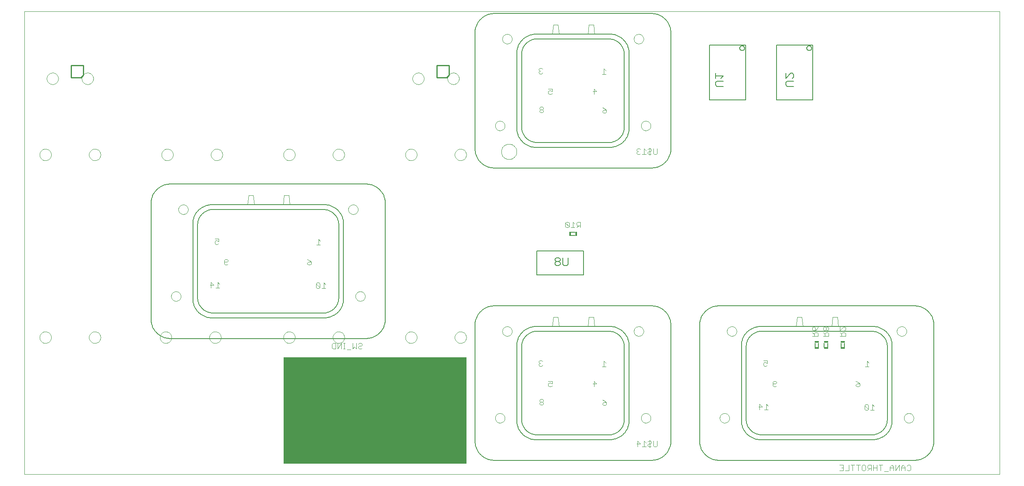
<source format=gbo>
G75*
G70*
%OFA0B0*%
%FSLAX24Y24*%
%IPPOS*%
%LPD*%
%AMOC8*
5,1,8,0,0,1.08239X$1,22.5*
%
%ADD10C,0.0000*%
%ADD11C,0.0060*%
%ADD12R,1.5000X0.8750*%
%ADD13C,0.0100*%
%ADD14C,0.0050*%
%ADD15C,0.0079*%
%ADD16C,0.0047*%
%ADD17C,0.0040*%
%ADD18R,0.0160X0.0340*%
%ADD19R,0.0340X0.0160*%
D10*
X001625Y002625D02*
X001625Y040625D01*
X081625Y040625D01*
X081625Y002625D01*
X001625Y002625D01*
X002873Y013875D02*
X002875Y013918D01*
X002881Y013961D01*
X002891Y014003D01*
X002904Y014044D01*
X002921Y014083D01*
X002942Y014121D01*
X002966Y014157D01*
X002993Y014191D01*
X003023Y014221D01*
X003056Y014249D01*
X003092Y014274D01*
X003129Y014296D01*
X003168Y014314D01*
X003209Y014328D01*
X003251Y014339D01*
X003293Y014346D01*
X003336Y014349D01*
X003379Y014348D01*
X003422Y014343D01*
X003464Y014334D01*
X003506Y014322D01*
X003546Y014305D01*
X003584Y014285D01*
X003620Y014262D01*
X003654Y014236D01*
X003686Y014206D01*
X003715Y014174D01*
X003740Y014139D01*
X003763Y014103D01*
X003782Y014064D01*
X003797Y014024D01*
X003809Y013982D01*
X003817Y013940D01*
X003821Y013897D01*
X003821Y013853D01*
X003817Y013810D01*
X003809Y013768D01*
X003797Y013726D01*
X003782Y013686D01*
X003763Y013647D01*
X003740Y013611D01*
X003715Y013576D01*
X003686Y013544D01*
X003654Y013514D01*
X003620Y013488D01*
X003584Y013465D01*
X003546Y013445D01*
X003506Y013428D01*
X003464Y013416D01*
X003422Y013407D01*
X003379Y013402D01*
X003336Y013401D01*
X003293Y013404D01*
X003251Y013411D01*
X003209Y013422D01*
X003168Y013436D01*
X003129Y013454D01*
X003092Y013476D01*
X003056Y013501D01*
X003023Y013529D01*
X002993Y013559D01*
X002966Y013593D01*
X002942Y013629D01*
X002921Y013667D01*
X002904Y013706D01*
X002891Y013747D01*
X002881Y013789D01*
X002875Y013832D01*
X002873Y013875D01*
X006929Y013875D02*
X006931Y013918D01*
X006937Y013961D01*
X006947Y014003D01*
X006960Y014044D01*
X006977Y014083D01*
X006998Y014121D01*
X007022Y014157D01*
X007049Y014191D01*
X007079Y014221D01*
X007112Y014249D01*
X007148Y014274D01*
X007185Y014296D01*
X007224Y014314D01*
X007265Y014328D01*
X007307Y014339D01*
X007349Y014346D01*
X007392Y014349D01*
X007435Y014348D01*
X007478Y014343D01*
X007520Y014334D01*
X007562Y014322D01*
X007602Y014305D01*
X007640Y014285D01*
X007676Y014262D01*
X007710Y014236D01*
X007742Y014206D01*
X007771Y014174D01*
X007796Y014139D01*
X007819Y014103D01*
X007838Y014064D01*
X007853Y014024D01*
X007865Y013982D01*
X007873Y013940D01*
X007877Y013897D01*
X007877Y013853D01*
X007873Y013810D01*
X007865Y013768D01*
X007853Y013726D01*
X007838Y013686D01*
X007819Y013647D01*
X007796Y013611D01*
X007771Y013576D01*
X007742Y013544D01*
X007710Y013514D01*
X007676Y013488D01*
X007640Y013465D01*
X007602Y013445D01*
X007562Y013428D01*
X007520Y013416D01*
X007478Y013407D01*
X007435Y013402D01*
X007392Y013401D01*
X007349Y013404D01*
X007307Y013411D01*
X007265Y013422D01*
X007224Y013436D01*
X007185Y013454D01*
X007148Y013476D01*
X007112Y013501D01*
X007079Y013529D01*
X007049Y013559D01*
X007022Y013593D01*
X006998Y013629D01*
X006977Y013667D01*
X006960Y013706D01*
X006947Y013747D01*
X006937Y013789D01*
X006931Y013832D01*
X006929Y013875D01*
X012748Y013875D02*
X012750Y013918D01*
X012756Y013961D01*
X012766Y014003D01*
X012779Y014044D01*
X012796Y014083D01*
X012817Y014121D01*
X012841Y014157D01*
X012868Y014191D01*
X012898Y014221D01*
X012931Y014249D01*
X012967Y014274D01*
X013004Y014296D01*
X013043Y014314D01*
X013084Y014328D01*
X013126Y014339D01*
X013168Y014346D01*
X013211Y014349D01*
X013254Y014348D01*
X013297Y014343D01*
X013339Y014334D01*
X013381Y014322D01*
X013421Y014305D01*
X013459Y014285D01*
X013495Y014262D01*
X013529Y014236D01*
X013561Y014206D01*
X013590Y014174D01*
X013615Y014139D01*
X013638Y014103D01*
X013657Y014064D01*
X013672Y014024D01*
X013684Y013982D01*
X013692Y013940D01*
X013696Y013897D01*
X013696Y013853D01*
X013692Y013810D01*
X013684Y013768D01*
X013672Y013726D01*
X013657Y013686D01*
X013638Y013647D01*
X013615Y013611D01*
X013590Y013576D01*
X013561Y013544D01*
X013529Y013514D01*
X013495Y013488D01*
X013459Y013465D01*
X013421Y013445D01*
X013381Y013428D01*
X013339Y013416D01*
X013297Y013407D01*
X013254Y013402D01*
X013211Y013401D01*
X013168Y013404D01*
X013126Y013411D01*
X013084Y013422D01*
X013043Y013436D01*
X013004Y013454D01*
X012967Y013476D01*
X012931Y013501D01*
X012898Y013529D01*
X012868Y013559D01*
X012841Y013593D01*
X012817Y013629D01*
X012796Y013667D01*
X012779Y013706D01*
X012766Y013747D01*
X012756Y013789D01*
X012750Y013832D01*
X012748Y013875D01*
X016804Y013875D02*
X016806Y013918D01*
X016812Y013961D01*
X016822Y014003D01*
X016835Y014044D01*
X016852Y014083D01*
X016873Y014121D01*
X016897Y014157D01*
X016924Y014191D01*
X016954Y014221D01*
X016987Y014249D01*
X017023Y014274D01*
X017060Y014296D01*
X017099Y014314D01*
X017140Y014328D01*
X017182Y014339D01*
X017224Y014346D01*
X017267Y014349D01*
X017310Y014348D01*
X017353Y014343D01*
X017395Y014334D01*
X017437Y014322D01*
X017477Y014305D01*
X017515Y014285D01*
X017551Y014262D01*
X017585Y014236D01*
X017617Y014206D01*
X017646Y014174D01*
X017671Y014139D01*
X017694Y014103D01*
X017713Y014064D01*
X017728Y014024D01*
X017740Y013982D01*
X017748Y013940D01*
X017752Y013897D01*
X017752Y013853D01*
X017748Y013810D01*
X017740Y013768D01*
X017728Y013726D01*
X017713Y013686D01*
X017694Y013647D01*
X017671Y013611D01*
X017646Y013576D01*
X017617Y013544D01*
X017585Y013514D01*
X017551Y013488D01*
X017515Y013465D01*
X017477Y013445D01*
X017437Y013428D01*
X017395Y013416D01*
X017353Y013407D01*
X017310Y013402D01*
X017267Y013401D01*
X017224Y013404D01*
X017182Y013411D01*
X017140Y013422D01*
X017099Y013436D01*
X017060Y013454D01*
X017023Y013476D01*
X016987Y013501D01*
X016954Y013529D01*
X016924Y013559D01*
X016897Y013593D01*
X016873Y013629D01*
X016852Y013667D01*
X016835Y013706D01*
X016822Y013747D01*
X016812Y013789D01*
X016806Y013832D01*
X016804Y013875D01*
X013672Y017251D02*
X013674Y017290D01*
X013680Y017329D01*
X013690Y017367D01*
X013703Y017404D01*
X013720Y017439D01*
X013740Y017473D01*
X013764Y017504D01*
X013791Y017533D01*
X013820Y017559D01*
X013852Y017582D01*
X013886Y017602D01*
X013922Y017618D01*
X013959Y017630D01*
X013998Y017639D01*
X014037Y017644D01*
X014076Y017645D01*
X014115Y017642D01*
X014154Y017635D01*
X014191Y017624D01*
X014228Y017610D01*
X014263Y017592D01*
X014296Y017571D01*
X014327Y017546D01*
X014355Y017519D01*
X014380Y017489D01*
X014402Y017456D01*
X014421Y017422D01*
X014436Y017386D01*
X014448Y017348D01*
X014456Y017310D01*
X014460Y017271D01*
X014460Y017231D01*
X014456Y017192D01*
X014448Y017154D01*
X014436Y017116D01*
X014421Y017080D01*
X014402Y017046D01*
X014380Y017013D01*
X014355Y016983D01*
X014327Y016956D01*
X014296Y016931D01*
X014263Y016910D01*
X014228Y016892D01*
X014191Y016878D01*
X014154Y016867D01*
X014115Y016860D01*
X014076Y016857D01*
X014037Y016858D01*
X013998Y016863D01*
X013959Y016872D01*
X013922Y016884D01*
X013886Y016900D01*
X013852Y016920D01*
X013820Y016943D01*
X013791Y016969D01*
X013764Y016998D01*
X013740Y017029D01*
X013720Y017063D01*
X013703Y017098D01*
X013690Y017135D01*
X013680Y017173D01*
X013674Y017212D01*
X013672Y017251D01*
X022873Y013875D02*
X022875Y013918D01*
X022881Y013961D01*
X022891Y014003D01*
X022904Y014044D01*
X022921Y014083D01*
X022942Y014121D01*
X022966Y014157D01*
X022993Y014191D01*
X023023Y014221D01*
X023056Y014249D01*
X023092Y014274D01*
X023129Y014296D01*
X023168Y014314D01*
X023209Y014328D01*
X023251Y014339D01*
X023293Y014346D01*
X023336Y014349D01*
X023379Y014348D01*
X023422Y014343D01*
X023464Y014334D01*
X023506Y014322D01*
X023546Y014305D01*
X023584Y014285D01*
X023620Y014262D01*
X023654Y014236D01*
X023686Y014206D01*
X023715Y014174D01*
X023740Y014139D01*
X023763Y014103D01*
X023782Y014064D01*
X023797Y014024D01*
X023809Y013982D01*
X023817Y013940D01*
X023821Y013897D01*
X023821Y013853D01*
X023817Y013810D01*
X023809Y013768D01*
X023797Y013726D01*
X023782Y013686D01*
X023763Y013647D01*
X023740Y013611D01*
X023715Y013576D01*
X023686Y013544D01*
X023654Y013514D01*
X023620Y013488D01*
X023584Y013465D01*
X023546Y013445D01*
X023506Y013428D01*
X023464Y013416D01*
X023422Y013407D01*
X023379Y013402D01*
X023336Y013401D01*
X023293Y013404D01*
X023251Y013411D01*
X023209Y013422D01*
X023168Y013436D01*
X023129Y013454D01*
X023092Y013476D01*
X023056Y013501D01*
X023023Y013529D01*
X022993Y013559D01*
X022966Y013593D01*
X022942Y013629D01*
X022921Y013667D01*
X022904Y013706D01*
X022891Y013747D01*
X022881Y013789D01*
X022875Y013832D01*
X022873Y013875D01*
X026929Y013875D02*
X026931Y013918D01*
X026937Y013961D01*
X026947Y014003D01*
X026960Y014044D01*
X026977Y014083D01*
X026998Y014121D01*
X027022Y014157D01*
X027049Y014191D01*
X027079Y014221D01*
X027112Y014249D01*
X027148Y014274D01*
X027185Y014296D01*
X027224Y014314D01*
X027265Y014328D01*
X027307Y014339D01*
X027349Y014346D01*
X027392Y014349D01*
X027435Y014348D01*
X027478Y014343D01*
X027520Y014334D01*
X027562Y014322D01*
X027602Y014305D01*
X027640Y014285D01*
X027676Y014262D01*
X027710Y014236D01*
X027742Y014206D01*
X027771Y014174D01*
X027796Y014139D01*
X027819Y014103D01*
X027838Y014064D01*
X027853Y014024D01*
X027865Y013982D01*
X027873Y013940D01*
X027877Y013897D01*
X027877Y013853D01*
X027873Y013810D01*
X027865Y013768D01*
X027853Y013726D01*
X027838Y013686D01*
X027819Y013647D01*
X027796Y013611D01*
X027771Y013576D01*
X027742Y013544D01*
X027710Y013514D01*
X027676Y013488D01*
X027640Y013465D01*
X027602Y013445D01*
X027562Y013428D01*
X027520Y013416D01*
X027478Y013407D01*
X027435Y013402D01*
X027392Y013401D01*
X027349Y013404D01*
X027307Y013411D01*
X027265Y013422D01*
X027224Y013436D01*
X027185Y013454D01*
X027148Y013476D01*
X027112Y013501D01*
X027079Y013529D01*
X027049Y013559D01*
X027022Y013593D01*
X026998Y013629D01*
X026977Y013667D01*
X026960Y013706D01*
X026947Y013747D01*
X026937Y013789D01*
X026931Y013832D01*
X026929Y013875D01*
X028790Y017251D02*
X028792Y017290D01*
X028798Y017329D01*
X028808Y017367D01*
X028821Y017404D01*
X028838Y017439D01*
X028858Y017473D01*
X028882Y017504D01*
X028909Y017533D01*
X028938Y017559D01*
X028970Y017582D01*
X029004Y017602D01*
X029040Y017618D01*
X029077Y017630D01*
X029116Y017639D01*
X029155Y017644D01*
X029194Y017645D01*
X029233Y017642D01*
X029272Y017635D01*
X029309Y017624D01*
X029346Y017610D01*
X029381Y017592D01*
X029414Y017571D01*
X029445Y017546D01*
X029473Y017519D01*
X029498Y017489D01*
X029520Y017456D01*
X029539Y017422D01*
X029554Y017386D01*
X029566Y017348D01*
X029574Y017310D01*
X029578Y017271D01*
X029578Y017231D01*
X029574Y017192D01*
X029566Y017154D01*
X029554Y017116D01*
X029539Y017080D01*
X029520Y017046D01*
X029498Y017013D01*
X029473Y016983D01*
X029445Y016956D01*
X029414Y016931D01*
X029381Y016910D01*
X029346Y016892D01*
X029309Y016878D01*
X029272Y016867D01*
X029233Y016860D01*
X029194Y016857D01*
X029155Y016858D01*
X029116Y016863D01*
X029077Y016872D01*
X029040Y016884D01*
X029004Y016900D01*
X028970Y016920D01*
X028938Y016943D01*
X028909Y016969D01*
X028882Y016998D01*
X028858Y017029D01*
X028838Y017063D01*
X028821Y017098D01*
X028808Y017135D01*
X028798Y017173D01*
X028792Y017212D01*
X028790Y017251D01*
X032873Y013875D02*
X032875Y013918D01*
X032881Y013961D01*
X032891Y014003D01*
X032904Y014044D01*
X032921Y014083D01*
X032942Y014121D01*
X032966Y014157D01*
X032993Y014191D01*
X033023Y014221D01*
X033056Y014249D01*
X033092Y014274D01*
X033129Y014296D01*
X033168Y014314D01*
X033209Y014328D01*
X033251Y014339D01*
X033293Y014346D01*
X033336Y014349D01*
X033379Y014348D01*
X033422Y014343D01*
X033464Y014334D01*
X033506Y014322D01*
X033546Y014305D01*
X033584Y014285D01*
X033620Y014262D01*
X033654Y014236D01*
X033686Y014206D01*
X033715Y014174D01*
X033740Y014139D01*
X033763Y014103D01*
X033782Y014064D01*
X033797Y014024D01*
X033809Y013982D01*
X033817Y013940D01*
X033821Y013897D01*
X033821Y013853D01*
X033817Y013810D01*
X033809Y013768D01*
X033797Y013726D01*
X033782Y013686D01*
X033763Y013647D01*
X033740Y013611D01*
X033715Y013576D01*
X033686Y013544D01*
X033654Y013514D01*
X033620Y013488D01*
X033584Y013465D01*
X033546Y013445D01*
X033506Y013428D01*
X033464Y013416D01*
X033422Y013407D01*
X033379Y013402D01*
X033336Y013401D01*
X033293Y013404D01*
X033251Y013411D01*
X033209Y013422D01*
X033168Y013436D01*
X033129Y013454D01*
X033092Y013476D01*
X033056Y013501D01*
X033023Y013529D01*
X032993Y013559D01*
X032966Y013593D01*
X032942Y013629D01*
X032921Y013667D01*
X032904Y013706D01*
X032891Y013747D01*
X032881Y013789D01*
X032875Y013832D01*
X032873Y013875D01*
X036929Y013875D02*
X036931Y013918D01*
X036937Y013961D01*
X036947Y014003D01*
X036960Y014044D01*
X036977Y014083D01*
X036998Y014121D01*
X037022Y014157D01*
X037049Y014191D01*
X037079Y014221D01*
X037112Y014249D01*
X037148Y014274D01*
X037185Y014296D01*
X037224Y014314D01*
X037265Y014328D01*
X037307Y014339D01*
X037349Y014346D01*
X037392Y014349D01*
X037435Y014348D01*
X037478Y014343D01*
X037520Y014334D01*
X037562Y014322D01*
X037602Y014305D01*
X037640Y014285D01*
X037676Y014262D01*
X037710Y014236D01*
X037742Y014206D01*
X037771Y014174D01*
X037796Y014139D01*
X037819Y014103D01*
X037838Y014064D01*
X037853Y014024D01*
X037865Y013982D01*
X037873Y013940D01*
X037877Y013897D01*
X037877Y013853D01*
X037873Y013810D01*
X037865Y013768D01*
X037853Y013726D01*
X037838Y013686D01*
X037819Y013647D01*
X037796Y013611D01*
X037771Y013576D01*
X037742Y013544D01*
X037710Y013514D01*
X037676Y013488D01*
X037640Y013465D01*
X037602Y013445D01*
X037562Y013428D01*
X037520Y013416D01*
X037478Y013407D01*
X037435Y013402D01*
X037392Y013401D01*
X037349Y013404D01*
X037307Y013411D01*
X037265Y013422D01*
X037224Y013436D01*
X037185Y013454D01*
X037148Y013476D01*
X037112Y013501D01*
X037079Y013529D01*
X037049Y013559D01*
X037022Y013593D01*
X036998Y013629D01*
X036977Y013667D01*
X036960Y013706D01*
X036947Y013747D01*
X036937Y013789D01*
X036931Y013832D01*
X036929Y013875D01*
X040837Y014377D02*
X040839Y014416D01*
X040845Y014455D01*
X040855Y014493D01*
X040868Y014530D01*
X040885Y014565D01*
X040905Y014599D01*
X040929Y014630D01*
X040956Y014659D01*
X040985Y014685D01*
X041017Y014708D01*
X041051Y014728D01*
X041087Y014744D01*
X041124Y014756D01*
X041163Y014765D01*
X041202Y014770D01*
X041241Y014771D01*
X041280Y014768D01*
X041319Y014761D01*
X041356Y014750D01*
X041393Y014736D01*
X041428Y014718D01*
X041461Y014697D01*
X041492Y014672D01*
X041520Y014645D01*
X041545Y014615D01*
X041567Y014582D01*
X041586Y014548D01*
X041601Y014512D01*
X041613Y014474D01*
X041621Y014436D01*
X041625Y014397D01*
X041625Y014357D01*
X041621Y014318D01*
X041613Y014280D01*
X041601Y014242D01*
X041586Y014206D01*
X041567Y014172D01*
X041545Y014139D01*
X041520Y014109D01*
X041492Y014082D01*
X041461Y014057D01*
X041428Y014036D01*
X041393Y014018D01*
X041356Y014004D01*
X041319Y013993D01*
X041280Y013986D01*
X041241Y013983D01*
X041202Y013984D01*
X041163Y013989D01*
X041124Y013998D01*
X041087Y014010D01*
X041051Y014026D01*
X041017Y014046D01*
X040985Y014069D01*
X040956Y014095D01*
X040929Y014124D01*
X040905Y014155D01*
X040885Y014189D01*
X040868Y014224D01*
X040855Y014261D01*
X040845Y014299D01*
X040839Y014338D01*
X040837Y014377D01*
X051625Y014377D02*
X051627Y014416D01*
X051633Y014455D01*
X051643Y014493D01*
X051656Y014530D01*
X051673Y014565D01*
X051693Y014599D01*
X051717Y014630D01*
X051744Y014659D01*
X051773Y014685D01*
X051805Y014708D01*
X051839Y014728D01*
X051875Y014744D01*
X051912Y014756D01*
X051951Y014765D01*
X051990Y014770D01*
X052029Y014771D01*
X052068Y014768D01*
X052107Y014761D01*
X052144Y014750D01*
X052181Y014736D01*
X052216Y014718D01*
X052249Y014697D01*
X052280Y014672D01*
X052308Y014645D01*
X052333Y014615D01*
X052355Y014582D01*
X052374Y014548D01*
X052389Y014512D01*
X052401Y014474D01*
X052409Y014436D01*
X052413Y014397D01*
X052413Y014357D01*
X052409Y014318D01*
X052401Y014280D01*
X052389Y014242D01*
X052374Y014206D01*
X052355Y014172D01*
X052333Y014139D01*
X052308Y014109D01*
X052280Y014082D01*
X052249Y014057D01*
X052216Y014036D01*
X052181Y014018D01*
X052144Y014004D01*
X052107Y013993D01*
X052068Y013986D01*
X052029Y013983D01*
X051990Y013984D01*
X051951Y013989D01*
X051912Y013998D01*
X051875Y014010D01*
X051839Y014026D01*
X051805Y014046D01*
X051773Y014069D01*
X051744Y014095D01*
X051717Y014124D01*
X051693Y014155D01*
X051673Y014189D01*
X051656Y014224D01*
X051643Y014261D01*
X051633Y014299D01*
X051627Y014338D01*
X051625Y014377D01*
X059262Y014377D02*
X059264Y014416D01*
X059270Y014455D01*
X059280Y014493D01*
X059293Y014530D01*
X059310Y014565D01*
X059330Y014599D01*
X059354Y014630D01*
X059381Y014659D01*
X059410Y014685D01*
X059442Y014708D01*
X059476Y014728D01*
X059512Y014744D01*
X059549Y014756D01*
X059588Y014765D01*
X059627Y014770D01*
X059666Y014771D01*
X059705Y014768D01*
X059744Y014761D01*
X059781Y014750D01*
X059818Y014736D01*
X059853Y014718D01*
X059886Y014697D01*
X059917Y014672D01*
X059945Y014645D01*
X059970Y014615D01*
X059992Y014582D01*
X060011Y014548D01*
X060026Y014512D01*
X060038Y014474D01*
X060046Y014436D01*
X060050Y014397D01*
X060050Y014357D01*
X060046Y014318D01*
X060038Y014280D01*
X060026Y014242D01*
X060011Y014206D01*
X059992Y014172D01*
X059970Y014139D01*
X059945Y014109D01*
X059917Y014082D01*
X059886Y014057D01*
X059853Y014036D01*
X059818Y014018D01*
X059781Y014004D01*
X059744Y013993D01*
X059705Y013986D01*
X059666Y013983D01*
X059627Y013984D01*
X059588Y013989D01*
X059549Y013998D01*
X059512Y014010D01*
X059476Y014026D01*
X059442Y014046D01*
X059410Y014069D01*
X059381Y014095D01*
X059354Y014124D01*
X059330Y014155D01*
X059310Y014189D01*
X059293Y014224D01*
X059280Y014261D01*
X059270Y014299D01*
X059264Y014338D01*
X059262Y014377D01*
X073200Y014377D02*
X073202Y014416D01*
X073208Y014455D01*
X073218Y014493D01*
X073231Y014530D01*
X073248Y014565D01*
X073268Y014599D01*
X073292Y014630D01*
X073319Y014659D01*
X073348Y014685D01*
X073380Y014708D01*
X073414Y014728D01*
X073450Y014744D01*
X073487Y014756D01*
X073526Y014765D01*
X073565Y014770D01*
X073604Y014771D01*
X073643Y014768D01*
X073682Y014761D01*
X073719Y014750D01*
X073756Y014736D01*
X073791Y014718D01*
X073824Y014697D01*
X073855Y014672D01*
X073883Y014645D01*
X073908Y014615D01*
X073930Y014582D01*
X073949Y014548D01*
X073964Y014512D01*
X073976Y014474D01*
X073984Y014436D01*
X073988Y014397D01*
X073988Y014357D01*
X073984Y014318D01*
X073976Y014280D01*
X073964Y014242D01*
X073949Y014206D01*
X073930Y014172D01*
X073908Y014139D01*
X073883Y014109D01*
X073855Y014082D01*
X073824Y014057D01*
X073791Y014036D01*
X073756Y014018D01*
X073719Y014004D01*
X073682Y013993D01*
X073643Y013986D01*
X073604Y013983D01*
X073565Y013984D01*
X073526Y013989D01*
X073487Y013998D01*
X073450Y014010D01*
X073414Y014026D01*
X073380Y014046D01*
X073348Y014069D01*
X073319Y014095D01*
X073292Y014124D01*
X073268Y014155D01*
X073248Y014189D01*
X073231Y014224D01*
X073218Y014261D01*
X073208Y014299D01*
X073202Y014338D01*
X073200Y014377D01*
X073790Y007251D02*
X073792Y007290D01*
X073798Y007329D01*
X073808Y007367D01*
X073821Y007404D01*
X073838Y007439D01*
X073858Y007473D01*
X073882Y007504D01*
X073909Y007533D01*
X073938Y007559D01*
X073970Y007582D01*
X074004Y007602D01*
X074040Y007618D01*
X074077Y007630D01*
X074116Y007639D01*
X074155Y007644D01*
X074194Y007645D01*
X074233Y007642D01*
X074272Y007635D01*
X074309Y007624D01*
X074346Y007610D01*
X074381Y007592D01*
X074414Y007571D01*
X074445Y007546D01*
X074473Y007519D01*
X074498Y007489D01*
X074520Y007456D01*
X074539Y007422D01*
X074554Y007386D01*
X074566Y007348D01*
X074574Y007310D01*
X074578Y007271D01*
X074578Y007231D01*
X074574Y007192D01*
X074566Y007154D01*
X074554Y007116D01*
X074539Y007080D01*
X074520Y007046D01*
X074498Y007013D01*
X074473Y006983D01*
X074445Y006956D01*
X074414Y006931D01*
X074381Y006910D01*
X074346Y006892D01*
X074309Y006878D01*
X074272Y006867D01*
X074233Y006860D01*
X074194Y006857D01*
X074155Y006858D01*
X074116Y006863D01*
X074077Y006872D01*
X074040Y006884D01*
X074004Y006900D01*
X073970Y006920D01*
X073938Y006943D01*
X073909Y006969D01*
X073882Y006998D01*
X073858Y007029D01*
X073838Y007063D01*
X073821Y007098D01*
X073808Y007135D01*
X073798Y007173D01*
X073792Y007212D01*
X073790Y007251D01*
X058672Y007251D02*
X058674Y007290D01*
X058680Y007329D01*
X058690Y007367D01*
X058703Y007404D01*
X058720Y007439D01*
X058740Y007473D01*
X058764Y007504D01*
X058791Y007533D01*
X058820Y007559D01*
X058852Y007582D01*
X058886Y007602D01*
X058922Y007618D01*
X058959Y007630D01*
X058998Y007639D01*
X059037Y007644D01*
X059076Y007645D01*
X059115Y007642D01*
X059154Y007635D01*
X059191Y007624D01*
X059228Y007610D01*
X059263Y007592D01*
X059296Y007571D01*
X059327Y007546D01*
X059355Y007519D01*
X059380Y007489D01*
X059402Y007456D01*
X059421Y007422D01*
X059436Y007386D01*
X059448Y007348D01*
X059456Y007310D01*
X059460Y007271D01*
X059460Y007231D01*
X059456Y007192D01*
X059448Y007154D01*
X059436Y007116D01*
X059421Y007080D01*
X059402Y007046D01*
X059380Y007013D01*
X059355Y006983D01*
X059327Y006956D01*
X059296Y006931D01*
X059263Y006910D01*
X059228Y006892D01*
X059191Y006878D01*
X059154Y006867D01*
X059115Y006860D01*
X059076Y006857D01*
X059037Y006858D01*
X058998Y006863D01*
X058959Y006872D01*
X058922Y006884D01*
X058886Y006900D01*
X058852Y006920D01*
X058820Y006943D01*
X058791Y006969D01*
X058764Y006998D01*
X058740Y007029D01*
X058720Y007063D01*
X058703Y007098D01*
X058690Y007135D01*
X058680Y007173D01*
X058674Y007212D01*
X058672Y007251D01*
X052215Y007251D02*
X052217Y007290D01*
X052223Y007329D01*
X052233Y007367D01*
X052246Y007404D01*
X052263Y007439D01*
X052283Y007473D01*
X052307Y007504D01*
X052334Y007533D01*
X052363Y007559D01*
X052395Y007582D01*
X052429Y007602D01*
X052465Y007618D01*
X052502Y007630D01*
X052541Y007639D01*
X052580Y007644D01*
X052619Y007645D01*
X052658Y007642D01*
X052697Y007635D01*
X052734Y007624D01*
X052771Y007610D01*
X052806Y007592D01*
X052839Y007571D01*
X052870Y007546D01*
X052898Y007519D01*
X052923Y007489D01*
X052945Y007456D01*
X052964Y007422D01*
X052979Y007386D01*
X052991Y007348D01*
X052999Y007310D01*
X053003Y007271D01*
X053003Y007231D01*
X052999Y007192D01*
X052991Y007154D01*
X052979Y007116D01*
X052964Y007080D01*
X052945Y007046D01*
X052923Y007013D01*
X052898Y006983D01*
X052870Y006956D01*
X052839Y006931D01*
X052806Y006910D01*
X052771Y006892D01*
X052734Y006878D01*
X052697Y006867D01*
X052658Y006860D01*
X052619Y006857D01*
X052580Y006858D01*
X052541Y006863D01*
X052502Y006872D01*
X052465Y006884D01*
X052429Y006900D01*
X052395Y006920D01*
X052363Y006943D01*
X052334Y006969D01*
X052307Y006998D01*
X052283Y007029D01*
X052263Y007063D01*
X052246Y007098D01*
X052233Y007135D01*
X052223Y007173D01*
X052217Y007212D01*
X052215Y007251D01*
X040247Y007251D02*
X040249Y007290D01*
X040255Y007329D01*
X040265Y007367D01*
X040278Y007404D01*
X040295Y007439D01*
X040315Y007473D01*
X040339Y007504D01*
X040366Y007533D01*
X040395Y007559D01*
X040427Y007582D01*
X040461Y007602D01*
X040497Y007618D01*
X040534Y007630D01*
X040573Y007639D01*
X040612Y007644D01*
X040651Y007645D01*
X040690Y007642D01*
X040729Y007635D01*
X040766Y007624D01*
X040803Y007610D01*
X040838Y007592D01*
X040871Y007571D01*
X040902Y007546D01*
X040930Y007519D01*
X040955Y007489D01*
X040977Y007456D01*
X040996Y007422D01*
X041011Y007386D01*
X041023Y007348D01*
X041031Y007310D01*
X041035Y007271D01*
X041035Y007231D01*
X041031Y007192D01*
X041023Y007154D01*
X041011Y007116D01*
X040996Y007080D01*
X040977Y007046D01*
X040955Y007013D01*
X040930Y006983D01*
X040902Y006956D01*
X040871Y006931D01*
X040838Y006910D01*
X040803Y006892D01*
X040766Y006878D01*
X040729Y006867D01*
X040690Y006860D01*
X040651Y006857D01*
X040612Y006858D01*
X040573Y006863D01*
X040534Y006872D01*
X040497Y006884D01*
X040461Y006900D01*
X040427Y006920D01*
X040395Y006943D01*
X040366Y006969D01*
X040339Y006998D01*
X040315Y007029D01*
X040295Y007063D01*
X040278Y007098D01*
X040265Y007135D01*
X040255Y007173D01*
X040249Y007212D01*
X040247Y007251D01*
X028200Y024377D02*
X028202Y024416D01*
X028208Y024455D01*
X028218Y024493D01*
X028231Y024530D01*
X028248Y024565D01*
X028268Y024599D01*
X028292Y024630D01*
X028319Y024659D01*
X028348Y024685D01*
X028380Y024708D01*
X028414Y024728D01*
X028450Y024744D01*
X028487Y024756D01*
X028526Y024765D01*
X028565Y024770D01*
X028604Y024771D01*
X028643Y024768D01*
X028682Y024761D01*
X028719Y024750D01*
X028756Y024736D01*
X028791Y024718D01*
X028824Y024697D01*
X028855Y024672D01*
X028883Y024645D01*
X028908Y024615D01*
X028930Y024582D01*
X028949Y024548D01*
X028964Y024512D01*
X028976Y024474D01*
X028984Y024436D01*
X028988Y024397D01*
X028988Y024357D01*
X028984Y024318D01*
X028976Y024280D01*
X028964Y024242D01*
X028949Y024206D01*
X028930Y024172D01*
X028908Y024139D01*
X028883Y024109D01*
X028855Y024082D01*
X028824Y024057D01*
X028791Y024036D01*
X028756Y024018D01*
X028719Y024004D01*
X028682Y023993D01*
X028643Y023986D01*
X028604Y023983D01*
X028565Y023984D01*
X028526Y023989D01*
X028487Y023998D01*
X028450Y024010D01*
X028414Y024026D01*
X028380Y024046D01*
X028348Y024069D01*
X028319Y024095D01*
X028292Y024124D01*
X028268Y024155D01*
X028248Y024189D01*
X028231Y024224D01*
X028218Y024261D01*
X028208Y024299D01*
X028202Y024338D01*
X028200Y024377D01*
X026929Y028875D02*
X026931Y028918D01*
X026937Y028961D01*
X026947Y029003D01*
X026960Y029044D01*
X026977Y029083D01*
X026998Y029121D01*
X027022Y029157D01*
X027049Y029191D01*
X027079Y029221D01*
X027112Y029249D01*
X027148Y029274D01*
X027185Y029296D01*
X027224Y029314D01*
X027265Y029328D01*
X027307Y029339D01*
X027349Y029346D01*
X027392Y029349D01*
X027435Y029348D01*
X027478Y029343D01*
X027520Y029334D01*
X027562Y029322D01*
X027602Y029305D01*
X027640Y029285D01*
X027676Y029262D01*
X027710Y029236D01*
X027742Y029206D01*
X027771Y029174D01*
X027796Y029139D01*
X027819Y029103D01*
X027838Y029064D01*
X027853Y029024D01*
X027865Y028982D01*
X027873Y028940D01*
X027877Y028897D01*
X027877Y028853D01*
X027873Y028810D01*
X027865Y028768D01*
X027853Y028726D01*
X027838Y028686D01*
X027819Y028647D01*
X027796Y028611D01*
X027771Y028576D01*
X027742Y028544D01*
X027710Y028514D01*
X027676Y028488D01*
X027640Y028465D01*
X027602Y028445D01*
X027562Y028428D01*
X027520Y028416D01*
X027478Y028407D01*
X027435Y028402D01*
X027392Y028401D01*
X027349Y028404D01*
X027307Y028411D01*
X027265Y028422D01*
X027224Y028436D01*
X027185Y028454D01*
X027148Y028476D01*
X027112Y028501D01*
X027079Y028529D01*
X027049Y028559D01*
X027022Y028593D01*
X026998Y028629D01*
X026977Y028667D01*
X026960Y028706D01*
X026947Y028747D01*
X026937Y028789D01*
X026931Y028832D01*
X026929Y028875D01*
X022873Y028875D02*
X022875Y028918D01*
X022881Y028961D01*
X022891Y029003D01*
X022904Y029044D01*
X022921Y029083D01*
X022942Y029121D01*
X022966Y029157D01*
X022993Y029191D01*
X023023Y029221D01*
X023056Y029249D01*
X023092Y029274D01*
X023129Y029296D01*
X023168Y029314D01*
X023209Y029328D01*
X023251Y029339D01*
X023293Y029346D01*
X023336Y029349D01*
X023379Y029348D01*
X023422Y029343D01*
X023464Y029334D01*
X023506Y029322D01*
X023546Y029305D01*
X023584Y029285D01*
X023620Y029262D01*
X023654Y029236D01*
X023686Y029206D01*
X023715Y029174D01*
X023740Y029139D01*
X023763Y029103D01*
X023782Y029064D01*
X023797Y029024D01*
X023809Y028982D01*
X023817Y028940D01*
X023821Y028897D01*
X023821Y028853D01*
X023817Y028810D01*
X023809Y028768D01*
X023797Y028726D01*
X023782Y028686D01*
X023763Y028647D01*
X023740Y028611D01*
X023715Y028576D01*
X023686Y028544D01*
X023654Y028514D01*
X023620Y028488D01*
X023584Y028465D01*
X023546Y028445D01*
X023506Y028428D01*
X023464Y028416D01*
X023422Y028407D01*
X023379Y028402D01*
X023336Y028401D01*
X023293Y028404D01*
X023251Y028411D01*
X023209Y028422D01*
X023168Y028436D01*
X023129Y028454D01*
X023092Y028476D01*
X023056Y028501D01*
X023023Y028529D01*
X022993Y028559D01*
X022966Y028593D01*
X022942Y028629D01*
X022921Y028667D01*
X022904Y028706D01*
X022891Y028747D01*
X022881Y028789D01*
X022875Y028832D01*
X022873Y028875D01*
X016929Y028875D02*
X016931Y028918D01*
X016937Y028961D01*
X016947Y029003D01*
X016960Y029044D01*
X016977Y029083D01*
X016998Y029121D01*
X017022Y029157D01*
X017049Y029191D01*
X017079Y029221D01*
X017112Y029249D01*
X017148Y029274D01*
X017185Y029296D01*
X017224Y029314D01*
X017265Y029328D01*
X017307Y029339D01*
X017349Y029346D01*
X017392Y029349D01*
X017435Y029348D01*
X017478Y029343D01*
X017520Y029334D01*
X017562Y029322D01*
X017602Y029305D01*
X017640Y029285D01*
X017676Y029262D01*
X017710Y029236D01*
X017742Y029206D01*
X017771Y029174D01*
X017796Y029139D01*
X017819Y029103D01*
X017838Y029064D01*
X017853Y029024D01*
X017865Y028982D01*
X017873Y028940D01*
X017877Y028897D01*
X017877Y028853D01*
X017873Y028810D01*
X017865Y028768D01*
X017853Y028726D01*
X017838Y028686D01*
X017819Y028647D01*
X017796Y028611D01*
X017771Y028576D01*
X017742Y028544D01*
X017710Y028514D01*
X017676Y028488D01*
X017640Y028465D01*
X017602Y028445D01*
X017562Y028428D01*
X017520Y028416D01*
X017478Y028407D01*
X017435Y028402D01*
X017392Y028401D01*
X017349Y028404D01*
X017307Y028411D01*
X017265Y028422D01*
X017224Y028436D01*
X017185Y028454D01*
X017148Y028476D01*
X017112Y028501D01*
X017079Y028529D01*
X017049Y028559D01*
X017022Y028593D01*
X016998Y028629D01*
X016977Y028667D01*
X016960Y028706D01*
X016947Y028747D01*
X016937Y028789D01*
X016931Y028832D01*
X016929Y028875D01*
X012873Y028875D02*
X012875Y028918D01*
X012881Y028961D01*
X012891Y029003D01*
X012904Y029044D01*
X012921Y029083D01*
X012942Y029121D01*
X012966Y029157D01*
X012993Y029191D01*
X013023Y029221D01*
X013056Y029249D01*
X013092Y029274D01*
X013129Y029296D01*
X013168Y029314D01*
X013209Y029328D01*
X013251Y029339D01*
X013293Y029346D01*
X013336Y029349D01*
X013379Y029348D01*
X013422Y029343D01*
X013464Y029334D01*
X013506Y029322D01*
X013546Y029305D01*
X013584Y029285D01*
X013620Y029262D01*
X013654Y029236D01*
X013686Y029206D01*
X013715Y029174D01*
X013740Y029139D01*
X013763Y029103D01*
X013782Y029064D01*
X013797Y029024D01*
X013809Y028982D01*
X013817Y028940D01*
X013821Y028897D01*
X013821Y028853D01*
X013817Y028810D01*
X013809Y028768D01*
X013797Y028726D01*
X013782Y028686D01*
X013763Y028647D01*
X013740Y028611D01*
X013715Y028576D01*
X013686Y028544D01*
X013654Y028514D01*
X013620Y028488D01*
X013584Y028465D01*
X013546Y028445D01*
X013506Y028428D01*
X013464Y028416D01*
X013422Y028407D01*
X013379Y028402D01*
X013336Y028401D01*
X013293Y028404D01*
X013251Y028411D01*
X013209Y028422D01*
X013168Y028436D01*
X013129Y028454D01*
X013092Y028476D01*
X013056Y028501D01*
X013023Y028529D01*
X012993Y028559D01*
X012966Y028593D01*
X012942Y028629D01*
X012921Y028667D01*
X012904Y028706D01*
X012891Y028747D01*
X012881Y028789D01*
X012875Y028832D01*
X012873Y028875D01*
X006929Y028875D02*
X006931Y028918D01*
X006937Y028961D01*
X006947Y029003D01*
X006960Y029044D01*
X006977Y029083D01*
X006998Y029121D01*
X007022Y029157D01*
X007049Y029191D01*
X007079Y029221D01*
X007112Y029249D01*
X007148Y029274D01*
X007185Y029296D01*
X007224Y029314D01*
X007265Y029328D01*
X007307Y029339D01*
X007349Y029346D01*
X007392Y029349D01*
X007435Y029348D01*
X007478Y029343D01*
X007520Y029334D01*
X007562Y029322D01*
X007602Y029305D01*
X007640Y029285D01*
X007676Y029262D01*
X007710Y029236D01*
X007742Y029206D01*
X007771Y029174D01*
X007796Y029139D01*
X007819Y029103D01*
X007838Y029064D01*
X007853Y029024D01*
X007865Y028982D01*
X007873Y028940D01*
X007877Y028897D01*
X007877Y028853D01*
X007873Y028810D01*
X007865Y028768D01*
X007853Y028726D01*
X007838Y028686D01*
X007819Y028647D01*
X007796Y028611D01*
X007771Y028576D01*
X007742Y028544D01*
X007710Y028514D01*
X007676Y028488D01*
X007640Y028465D01*
X007602Y028445D01*
X007562Y028428D01*
X007520Y028416D01*
X007478Y028407D01*
X007435Y028402D01*
X007392Y028401D01*
X007349Y028404D01*
X007307Y028411D01*
X007265Y028422D01*
X007224Y028436D01*
X007185Y028454D01*
X007148Y028476D01*
X007112Y028501D01*
X007079Y028529D01*
X007049Y028559D01*
X007022Y028593D01*
X006998Y028629D01*
X006977Y028667D01*
X006960Y028706D01*
X006947Y028747D01*
X006937Y028789D01*
X006931Y028832D01*
X006929Y028875D01*
X002873Y028875D02*
X002875Y028918D01*
X002881Y028961D01*
X002891Y029003D01*
X002904Y029044D01*
X002921Y029083D01*
X002942Y029121D01*
X002966Y029157D01*
X002993Y029191D01*
X003023Y029221D01*
X003056Y029249D01*
X003092Y029274D01*
X003129Y029296D01*
X003168Y029314D01*
X003209Y029328D01*
X003251Y029339D01*
X003293Y029346D01*
X003336Y029349D01*
X003379Y029348D01*
X003422Y029343D01*
X003464Y029334D01*
X003506Y029322D01*
X003546Y029305D01*
X003584Y029285D01*
X003620Y029262D01*
X003654Y029236D01*
X003686Y029206D01*
X003715Y029174D01*
X003740Y029139D01*
X003763Y029103D01*
X003782Y029064D01*
X003797Y029024D01*
X003809Y028982D01*
X003817Y028940D01*
X003821Y028897D01*
X003821Y028853D01*
X003817Y028810D01*
X003809Y028768D01*
X003797Y028726D01*
X003782Y028686D01*
X003763Y028647D01*
X003740Y028611D01*
X003715Y028576D01*
X003686Y028544D01*
X003654Y028514D01*
X003620Y028488D01*
X003584Y028465D01*
X003546Y028445D01*
X003506Y028428D01*
X003464Y028416D01*
X003422Y028407D01*
X003379Y028402D01*
X003336Y028401D01*
X003293Y028404D01*
X003251Y028411D01*
X003209Y028422D01*
X003168Y028436D01*
X003129Y028454D01*
X003092Y028476D01*
X003056Y028501D01*
X003023Y028529D01*
X002993Y028559D01*
X002966Y028593D01*
X002942Y028629D01*
X002921Y028667D01*
X002904Y028706D01*
X002891Y028747D01*
X002881Y028789D01*
X002875Y028832D01*
X002873Y028875D01*
X014262Y024377D02*
X014264Y024416D01*
X014270Y024455D01*
X014280Y024493D01*
X014293Y024530D01*
X014310Y024565D01*
X014330Y024599D01*
X014354Y024630D01*
X014381Y024659D01*
X014410Y024685D01*
X014442Y024708D01*
X014476Y024728D01*
X014512Y024744D01*
X014549Y024756D01*
X014588Y024765D01*
X014627Y024770D01*
X014666Y024771D01*
X014705Y024768D01*
X014744Y024761D01*
X014781Y024750D01*
X014818Y024736D01*
X014853Y024718D01*
X014886Y024697D01*
X014917Y024672D01*
X014945Y024645D01*
X014970Y024615D01*
X014992Y024582D01*
X015011Y024548D01*
X015026Y024512D01*
X015038Y024474D01*
X015046Y024436D01*
X015050Y024397D01*
X015050Y024357D01*
X015046Y024318D01*
X015038Y024280D01*
X015026Y024242D01*
X015011Y024206D01*
X014992Y024172D01*
X014970Y024139D01*
X014945Y024109D01*
X014917Y024082D01*
X014886Y024057D01*
X014853Y024036D01*
X014818Y024018D01*
X014781Y024004D01*
X014744Y023993D01*
X014705Y023986D01*
X014666Y023983D01*
X014627Y023984D01*
X014588Y023989D01*
X014549Y023998D01*
X014512Y024010D01*
X014476Y024026D01*
X014442Y024046D01*
X014410Y024069D01*
X014381Y024095D01*
X014354Y024124D01*
X014330Y024155D01*
X014310Y024189D01*
X014293Y024224D01*
X014280Y024261D01*
X014270Y024299D01*
X014264Y024338D01*
X014262Y024377D01*
X032873Y028875D02*
X032875Y028918D01*
X032881Y028961D01*
X032891Y029003D01*
X032904Y029044D01*
X032921Y029083D01*
X032942Y029121D01*
X032966Y029157D01*
X032993Y029191D01*
X033023Y029221D01*
X033056Y029249D01*
X033092Y029274D01*
X033129Y029296D01*
X033168Y029314D01*
X033209Y029328D01*
X033251Y029339D01*
X033293Y029346D01*
X033336Y029349D01*
X033379Y029348D01*
X033422Y029343D01*
X033464Y029334D01*
X033506Y029322D01*
X033546Y029305D01*
X033584Y029285D01*
X033620Y029262D01*
X033654Y029236D01*
X033686Y029206D01*
X033715Y029174D01*
X033740Y029139D01*
X033763Y029103D01*
X033782Y029064D01*
X033797Y029024D01*
X033809Y028982D01*
X033817Y028940D01*
X033821Y028897D01*
X033821Y028853D01*
X033817Y028810D01*
X033809Y028768D01*
X033797Y028726D01*
X033782Y028686D01*
X033763Y028647D01*
X033740Y028611D01*
X033715Y028576D01*
X033686Y028544D01*
X033654Y028514D01*
X033620Y028488D01*
X033584Y028465D01*
X033546Y028445D01*
X033506Y028428D01*
X033464Y028416D01*
X033422Y028407D01*
X033379Y028402D01*
X033336Y028401D01*
X033293Y028404D01*
X033251Y028411D01*
X033209Y028422D01*
X033168Y028436D01*
X033129Y028454D01*
X033092Y028476D01*
X033056Y028501D01*
X033023Y028529D01*
X032993Y028559D01*
X032966Y028593D01*
X032942Y028629D01*
X032921Y028667D01*
X032904Y028706D01*
X032891Y028747D01*
X032881Y028789D01*
X032875Y028832D01*
X032873Y028875D01*
X036929Y028875D02*
X036931Y028918D01*
X036937Y028961D01*
X036947Y029003D01*
X036960Y029044D01*
X036977Y029083D01*
X036998Y029121D01*
X037022Y029157D01*
X037049Y029191D01*
X037079Y029221D01*
X037112Y029249D01*
X037148Y029274D01*
X037185Y029296D01*
X037224Y029314D01*
X037265Y029328D01*
X037307Y029339D01*
X037349Y029346D01*
X037392Y029349D01*
X037435Y029348D01*
X037478Y029343D01*
X037520Y029334D01*
X037562Y029322D01*
X037602Y029305D01*
X037640Y029285D01*
X037676Y029262D01*
X037710Y029236D01*
X037742Y029206D01*
X037771Y029174D01*
X037796Y029139D01*
X037819Y029103D01*
X037838Y029064D01*
X037853Y029024D01*
X037865Y028982D01*
X037873Y028940D01*
X037877Y028897D01*
X037877Y028853D01*
X037873Y028810D01*
X037865Y028768D01*
X037853Y028726D01*
X037838Y028686D01*
X037819Y028647D01*
X037796Y028611D01*
X037771Y028576D01*
X037742Y028544D01*
X037710Y028514D01*
X037676Y028488D01*
X037640Y028465D01*
X037602Y028445D01*
X037562Y028428D01*
X037520Y028416D01*
X037478Y028407D01*
X037435Y028402D01*
X037392Y028401D01*
X037349Y028404D01*
X037307Y028411D01*
X037265Y028422D01*
X037224Y028436D01*
X037185Y028454D01*
X037148Y028476D01*
X037112Y028501D01*
X037079Y028529D01*
X037049Y028559D01*
X037022Y028593D01*
X036998Y028629D01*
X036977Y028667D01*
X036960Y028706D01*
X036947Y028747D01*
X036937Y028789D01*
X036931Y028832D01*
X036929Y028875D01*
X040745Y029125D02*
X040747Y029175D01*
X040753Y029225D01*
X040763Y029274D01*
X040777Y029322D01*
X040794Y029369D01*
X040815Y029414D01*
X040840Y029458D01*
X040868Y029499D01*
X040900Y029538D01*
X040934Y029575D01*
X040971Y029609D01*
X041011Y029639D01*
X041053Y029666D01*
X041097Y029690D01*
X041143Y029711D01*
X041190Y029727D01*
X041238Y029740D01*
X041288Y029749D01*
X041337Y029754D01*
X041388Y029755D01*
X041438Y029752D01*
X041487Y029745D01*
X041536Y029734D01*
X041584Y029719D01*
X041630Y029701D01*
X041675Y029679D01*
X041718Y029653D01*
X041759Y029624D01*
X041798Y029592D01*
X041834Y029557D01*
X041866Y029519D01*
X041896Y029479D01*
X041923Y029436D01*
X041946Y029392D01*
X041965Y029346D01*
X041981Y029298D01*
X041993Y029249D01*
X042001Y029200D01*
X042005Y029150D01*
X042005Y029100D01*
X042001Y029050D01*
X041993Y029001D01*
X041981Y028952D01*
X041965Y028904D01*
X041946Y028858D01*
X041923Y028814D01*
X041896Y028771D01*
X041866Y028731D01*
X041834Y028693D01*
X041798Y028658D01*
X041759Y028626D01*
X041718Y028597D01*
X041675Y028571D01*
X041630Y028549D01*
X041584Y028531D01*
X041536Y028516D01*
X041487Y028505D01*
X041438Y028498D01*
X041388Y028495D01*
X041337Y028496D01*
X041288Y028501D01*
X041238Y028510D01*
X041190Y028523D01*
X041143Y028539D01*
X041097Y028560D01*
X041053Y028584D01*
X041011Y028611D01*
X040971Y028641D01*
X040934Y028675D01*
X040900Y028712D01*
X040868Y028751D01*
X040840Y028792D01*
X040815Y028836D01*
X040794Y028881D01*
X040777Y028928D01*
X040763Y028976D01*
X040753Y029025D01*
X040747Y029075D01*
X040745Y029125D01*
X040247Y031251D02*
X040249Y031290D01*
X040255Y031329D01*
X040265Y031367D01*
X040278Y031404D01*
X040295Y031439D01*
X040315Y031473D01*
X040339Y031504D01*
X040366Y031533D01*
X040395Y031559D01*
X040427Y031582D01*
X040461Y031602D01*
X040497Y031618D01*
X040534Y031630D01*
X040573Y031639D01*
X040612Y031644D01*
X040651Y031645D01*
X040690Y031642D01*
X040729Y031635D01*
X040766Y031624D01*
X040803Y031610D01*
X040838Y031592D01*
X040871Y031571D01*
X040902Y031546D01*
X040930Y031519D01*
X040955Y031489D01*
X040977Y031456D01*
X040996Y031422D01*
X041011Y031386D01*
X041023Y031348D01*
X041031Y031310D01*
X041035Y031271D01*
X041035Y031231D01*
X041031Y031192D01*
X041023Y031154D01*
X041011Y031116D01*
X040996Y031080D01*
X040977Y031046D01*
X040955Y031013D01*
X040930Y030983D01*
X040902Y030956D01*
X040871Y030931D01*
X040838Y030910D01*
X040803Y030892D01*
X040766Y030878D01*
X040729Y030867D01*
X040690Y030860D01*
X040651Y030857D01*
X040612Y030858D01*
X040573Y030863D01*
X040534Y030872D01*
X040497Y030884D01*
X040461Y030900D01*
X040427Y030920D01*
X040395Y030943D01*
X040366Y030969D01*
X040339Y030998D01*
X040315Y031029D01*
X040295Y031063D01*
X040278Y031098D01*
X040265Y031135D01*
X040255Y031173D01*
X040249Y031212D01*
X040247Y031251D01*
X036338Y035125D02*
X036340Y035168D01*
X036346Y035211D01*
X036356Y035253D01*
X036369Y035294D01*
X036386Y035333D01*
X036407Y035371D01*
X036431Y035407D01*
X036458Y035441D01*
X036488Y035471D01*
X036521Y035499D01*
X036557Y035524D01*
X036594Y035546D01*
X036633Y035564D01*
X036674Y035578D01*
X036716Y035589D01*
X036758Y035596D01*
X036801Y035599D01*
X036844Y035598D01*
X036887Y035593D01*
X036929Y035584D01*
X036971Y035572D01*
X037011Y035555D01*
X037049Y035535D01*
X037085Y035512D01*
X037119Y035486D01*
X037151Y035456D01*
X037180Y035424D01*
X037205Y035389D01*
X037228Y035353D01*
X037247Y035314D01*
X037262Y035274D01*
X037274Y035232D01*
X037282Y035190D01*
X037286Y035147D01*
X037286Y035103D01*
X037282Y035060D01*
X037274Y035018D01*
X037262Y034976D01*
X037247Y034936D01*
X037228Y034897D01*
X037205Y034861D01*
X037180Y034826D01*
X037151Y034794D01*
X037119Y034764D01*
X037085Y034738D01*
X037049Y034715D01*
X037011Y034695D01*
X036971Y034678D01*
X036929Y034666D01*
X036887Y034657D01*
X036844Y034652D01*
X036801Y034651D01*
X036758Y034654D01*
X036716Y034661D01*
X036674Y034672D01*
X036633Y034686D01*
X036594Y034704D01*
X036557Y034726D01*
X036521Y034751D01*
X036488Y034779D01*
X036458Y034809D01*
X036431Y034843D01*
X036407Y034879D01*
X036386Y034917D01*
X036369Y034956D01*
X036356Y034997D01*
X036346Y035039D01*
X036340Y035082D01*
X036338Y035125D01*
X033464Y035125D02*
X033466Y035168D01*
X033472Y035211D01*
X033482Y035253D01*
X033495Y035294D01*
X033512Y035333D01*
X033533Y035371D01*
X033557Y035407D01*
X033584Y035441D01*
X033614Y035471D01*
X033647Y035499D01*
X033683Y035524D01*
X033720Y035546D01*
X033759Y035564D01*
X033800Y035578D01*
X033842Y035589D01*
X033884Y035596D01*
X033927Y035599D01*
X033970Y035598D01*
X034013Y035593D01*
X034055Y035584D01*
X034097Y035572D01*
X034137Y035555D01*
X034175Y035535D01*
X034211Y035512D01*
X034245Y035486D01*
X034277Y035456D01*
X034306Y035424D01*
X034331Y035389D01*
X034354Y035353D01*
X034373Y035314D01*
X034388Y035274D01*
X034400Y035232D01*
X034408Y035190D01*
X034412Y035147D01*
X034412Y035103D01*
X034408Y035060D01*
X034400Y035018D01*
X034388Y034976D01*
X034373Y034936D01*
X034354Y034897D01*
X034331Y034861D01*
X034306Y034826D01*
X034277Y034794D01*
X034245Y034764D01*
X034211Y034738D01*
X034175Y034715D01*
X034137Y034695D01*
X034097Y034678D01*
X034055Y034666D01*
X034013Y034657D01*
X033970Y034652D01*
X033927Y034651D01*
X033884Y034654D01*
X033842Y034661D01*
X033800Y034672D01*
X033759Y034686D01*
X033720Y034704D01*
X033683Y034726D01*
X033647Y034751D01*
X033614Y034779D01*
X033584Y034809D01*
X033557Y034843D01*
X033533Y034879D01*
X033512Y034917D01*
X033495Y034956D01*
X033482Y034997D01*
X033472Y035039D01*
X033466Y035082D01*
X033464Y035125D01*
X040837Y038377D02*
X040839Y038416D01*
X040845Y038455D01*
X040855Y038493D01*
X040868Y038530D01*
X040885Y038565D01*
X040905Y038599D01*
X040929Y038630D01*
X040956Y038659D01*
X040985Y038685D01*
X041017Y038708D01*
X041051Y038728D01*
X041087Y038744D01*
X041124Y038756D01*
X041163Y038765D01*
X041202Y038770D01*
X041241Y038771D01*
X041280Y038768D01*
X041319Y038761D01*
X041356Y038750D01*
X041393Y038736D01*
X041428Y038718D01*
X041461Y038697D01*
X041492Y038672D01*
X041520Y038645D01*
X041545Y038615D01*
X041567Y038582D01*
X041586Y038548D01*
X041601Y038512D01*
X041613Y038474D01*
X041621Y038436D01*
X041625Y038397D01*
X041625Y038357D01*
X041621Y038318D01*
X041613Y038280D01*
X041601Y038242D01*
X041586Y038206D01*
X041567Y038172D01*
X041545Y038139D01*
X041520Y038109D01*
X041492Y038082D01*
X041461Y038057D01*
X041428Y038036D01*
X041393Y038018D01*
X041356Y038004D01*
X041319Y037993D01*
X041280Y037986D01*
X041241Y037983D01*
X041202Y037984D01*
X041163Y037989D01*
X041124Y037998D01*
X041087Y038010D01*
X041051Y038026D01*
X041017Y038046D01*
X040985Y038069D01*
X040956Y038095D01*
X040929Y038124D01*
X040905Y038155D01*
X040885Y038189D01*
X040868Y038224D01*
X040855Y038261D01*
X040845Y038299D01*
X040839Y038338D01*
X040837Y038377D01*
X051625Y038377D02*
X051627Y038416D01*
X051633Y038455D01*
X051643Y038493D01*
X051656Y038530D01*
X051673Y038565D01*
X051693Y038599D01*
X051717Y038630D01*
X051744Y038659D01*
X051773Y038685D01*
X051805Y038708D01*
X051839Y038728D01*
X051875Y038744D01*
X051912Y038756D01*
X051951Y038765D01*
X051990Y038770D01*
X052029Y038771D01*
X052068Y038768D01*
X052107Y038761D01*
X052144Y038750D01*
X052181Y038736D01*
X052216Y038718D01*
X052249Y038697D01*
X052280Y038672D01*
X052308Y038645D01*
X052333Y038615D01*
X052355Y038582D01*
X052374Y038548D01*
X052389Y038512D01*
X052401Y038474D01*
X052409Y038436D01*
X052413Y038397D01*
X052413Y038357D01*
X052409Y038318D01*
X052401Y038280D01*
X052389Y038242D01*
X052374Y038206D01*
X052355Y038172D01*
X052333Y038139D01*
X052308Y038109D01*
X052280Y038082D01*
X052249Y038057D01*
X052216Y038036D01*
X052181Y038018D01*
X052144Y038004D01*
X052107Y037993D01*
X052068Y037986D01*
X052029Y037983D01*
X051990Y037984D01*
X051951Y037989D01*
X051912Y037998D01*
X051875Y038010D01*
X051839Y038026D01*
X051805Y038046D01*
X051773Y038069D01*
X051744Y038095D01*
X051717Y038124D01*
X051693Y038155D01*
X051673Y038189D01*
X051656Y038224D01*
X051643Y038261D01*
X051633Y038299D01*
X051627Y038338D01*
X051625Y038377D01*
X052215Y031251D02*
X052217Y031290D01*
X052223Y031329D01*
X052233Y031367D01*
X052246Y031404D01*
X052263Y031439D01*
X052283Y031473D01*
X052307Y031504D01*
X052334Y031533D01*
X052363Y031559D01*
X052395Y031582D01*
X052429Y031602D01*
X052465Y031618D01*
X052502Y031630D01*
X052541Y031639D01*
X052580Y031644D01*
X052619Y031645D01*
X052658Y031642D01*
X052697Y031635D01*
X052734Y031624D01*
X052771Y031610D01*
X052806Y031592D01*
X052839Y031571D01*
X052870Y031546D01*
X052898Y031519D01*
X052923Y031489D01*
X052945Y031456D01*
X052964Y031422D01*
X052979Y031386D01*
X052991Y031348D01*
X052999Y031310D01*
X053003Y031271D01*
X053003Y031231D01*
X052999Y031192D01*
X052991Y031154D01*
X052979Y031116D01*
X052964Y031080D01*
X052945Y031046D01*
X052923Y031013D01*
X052898Y030983D01*
X052870Y030956D01*
X052839Y030931D01*
X052806Y030910D01*
X052771Y030892D01*
X052734Y030878D01*
X052697Y030867D01*
X052658Y030860D01*
X052619Y030857D01*
X052580Y030858D01*
X052541Y030863D01*
X052502Y030872D01*
X052465Y030884D01*
X052429Y030900D01*
X052395Y030920D01*
X052363Y030943D01*
X052334Y030969D01*
X052307Y030998D01*
X052283Y031029D01*
X052263Y031063D01*
X052246Y031098D01*
X052233Y031135D01*
X052223Y031173D01*
X052217Y031212D01*
X052215Y031251D01*
X006338Y035125D02*
X006340Y035168D01*
X006346Y035211D01*
X006356Y035253D01*
X006369Y035294D01*
X006386Y035333D01*
X006407Y035371D01*
X006431Y035407D01*
X006458Y035441D01*
X006488Y035471D01*
X006521Y035499D01*
X006557Y035524D01*
X006594Y035546D01*
X006633Y035564D01*
X006674Y035578D01*
X006716Y035589D01*
X006758Y035596D01*
X006801Y035599D01*
X006844Y035598D01*
X006887Y035593D01*
X006929Y035584D01*
X006971Y035572D01*
X007011Y035555D01*
X007049Y035535D01*
X007085Y035512D01*
X007119Y035486D01*
X007151Y035456D01*
X007180Y035424D01*
X007205Y035389D01*
X007228Y035353D01*
X007247Y035314D01*
X007262Y035274D01*
X007274Y035232D01*
X007282Y035190D01*
X007286Y035147D01*
X007286Y035103D01*
X007282Y035060D01*
X007274Y035018D01*
X007262Y034976D01*
X007247Y034936D01*
X007228Y034897D01*
X007205Y034861D01*
X007180Y034826D01*
X007151Y034794D01*
X007119Y034764D01*
X007085Y034738D01*
X007049Y034715D01*
X007011Y034695D01*
X006971Y034678D01*
X006929Y034666D01*
X006887Y034657D01*
X006844Y034652D01*
X006801Y034651D01*
X006758Y034654D01*
X006716Y034661D01*
X006674Y034672D01*
X006633Y034686D01*
X006594Y034704D01*
X006557Y034726D01*
X006521Y034751D01*
X006488Y034779D01*
X006458Y034809D01*
X006431Y034843D01*
X006407Y034879D01*
X006386Y034917D01*
X006369Y034956D01*
X006356Y034997D01*
X006346Y035039D01*
X006340Y035082D01*
X006338Y035125D01*
X003464Y035125D02*
X003466Y035168D01*
X003472Y035211D01*
X003482Y035253D01*
X003495Y035294D01*
X003512Y035333D01*
X003533Y035371D01*
X003557Y035407D01*
X003584Y035441D01*
X003614Y035471D01*
X003647Y035499D01*
X003683Y035524D01*
X003720Y035546D01*
X003759Y035564D01*
X003800Y035578D01*
X003842Y035589D01*
X003884Y035596D01*
X003927Y035599D01*
X003970Y035598D01*
X004013Y035593D01*
X004055Y035584D01*
X004097Y035572D01*
X004137Y035555D01*
X004175Y035535D01*
X004211Y035512D01*
X004245Y035486D01*
X004277Y035456D01*
X004306Y035424D01*
X004331Y035389D01*
X004354Y035353D01*
X004373Y035314D01*
X004388Y035274D01*
X004400Y035232D01*
X004408Y035190D01*
X004412Y035147D01*
X004412Y035103D01*
X004408Y035060D01*
X004400Y035018D01*
X004388Y034976D01*
X004373Y034936D01*
X004354Y034897D01*
X004331Y034861D01*
X004306Y034826D01*
X004277Y034794D01*
X004245Y034764D01*
X004211Y034738D01*
X004175Y034715D01*
X004137Y034695D01*
X004097Y034678D01*
X004055Y034666D01*
X004013Y034657D01*
X003970Y034652D01*
X003927Y034651D01*
X003884Y034654D01*
X003842Y034661D01*
X003800Y034672D01*
X003759Y034686D01*
X003720Y034704D01*
X003683Y034726D01*
X003647Y034751D01*
X003614Y034779D01*
X003584Y034809D01*
X003557Y034843D01*
X003533Y034879D01*
X003512Y034917D01*
X003495Y034956D01*
X003482Y034997D01*
X003472Y035039D01*
X003466Y035082D01*
X003464Y035125D01*
D11*
X045148Y020314D02*
X045148Y020207D01*
X045255Y020100D01*
X045469Y020100D01*
X045575Y020207D01*
X045575Y020314D01*
X045469Y020421D01*
X045255Y020421D01*
X045148Y020314D01*
X045255Y020100D02*
X045148Y019994D01*
X045148Y019887D01*
X045255Y019780D01*
X045469Y019780D01*
X045575Y019887D01*
X045575Y019994D01*
X045469Y020100D01*
X045793Y019887D02*
X045793Y020421D01*
X046220Y020421D02*
X046220Y019887D01*
X046113Y019780D01*
X045900Y019780D01*
X045793Y019887D01*
X046455Y022235D02*
X046795Y022235D01*
X046795Y022515D02*
X046455Y022515D01*
X066485Y013420D02*
X066485Y013080D01*
X066765Y013080D02*
X066765Y013420D01*
X067235Y013420D02*
X067235Y013080D01*
X067515Y013080D02*
X067515Y013420D01*
X068610Y013420D02*
X068610Y013080D01*
X068890Y013080D02*
X068890Y013420D01*
X064721Y034491D02*
X064187Y034491D01*
X064080Y034598D01*
X064080Y034811D01*
X064187Y034918D01*
X064721Y034918D01*
X064614Y035135D02*
X064721Y035242D01*
X064721Y035456D01*
X064614Y035562D01*
X064507Y035562D01*
X064080Y035135D01*
X064080Y035562D01*
X058971Y035349D02*
X058330Y035349D01*
X058330Y035562D02*
X058330Y035135D01*
X058437Y034918D02*
X058971Y034918D01*
X058757Y035135D02*
X058971Y035349D01*
X058437Y034918D02*
X058330Y034811D01*
X058330Y034598D01*
X058437Y034491D01*
X058971Y034491D01*
D12*
X030375Y007875D03*
D13*
X035466Y035216D02*
X036266Y035216D01*
X036466Y035416D01*
X036466Y036216D01*
X035466Y036216D01*
X035466Y035216D01*
X006466Y035416D02*
X006266Y035216D01*
X005466Y035216D01*
X005466Y036216D01*
X006466Y036216D01*
X006466Y035416D01*
D14*
X017019Y024771D02*
X019932Y024771D01*
X020483Y024771D01*
X022845Y024771D01*
X023397Y024771D01*
X026153Y024771D01*
X026153Y024377D02*
X017019Y024377D01*
X017019Y024771D02*
X016942Y024769D01*
X016864Y024763D01*
X016788Y024754D01*
X016711Y024741D01*
X016636Y024724D01*
X016561Y024703D01*
X016488Y024679D01*
X016416Y024651D01*
X016345Y024620D01*
X016276Y024585D01*
X016208Y024547D01*
X016143Y024505D01*
X016080Y024461D01*
X016019Y024413D01*
X015960Y024363D01*
X015904Y024309D01*
X015851Y024253D01*
X015800Y024195D01*
X015753Y024134D01*
X015708Y024070D01*
X015667Y024005D01*
X015628Y023938D01*
X015594Y023869D01*
X015562Y023798D01*
X015534Y023726D01*
X015510Y023652D01*
X015489Y023578D01*
X015472Y023502D01*
X015459Y023426D01*
X015450Y023349D01*
X015444Y023272D01*
X015442Y023194D01*
X015444Y023117D01*
X015444Y017054D01*
X015838Y017054D02*
X015838Y023117D01*
X015837Y023117D02*
X015840Y023187D01*
X015847Y023257D01*
X015857Y023326D01*
X015871Y023395D01*
X015889Y023463D01*
X015911Y023530D01*
X015936Y023595D01*
X015965Y023659D01*
X015998Y023722D01*
X016033Y023782D01*
X016072Y023841D01*
X016114Y023897D01*
X016160Y023951D01*
X016208Y024002D01*
X016258Y024050D01*
X016312Y024096D01*
X016367Y024139D01*
X016425Y024178D01*
X016486Y024214D01*
X016548Y024247D01*
X016611Y024277D01*
X016677Y024303D01*
X016743Y024325D01*
X016811Y024344D01*
X016879Y024359D01*
X016949Y024370D01*
X017019Y024377D01*
X026153Y024377D02*
X026223Y024374D01*
X026293Y024367D01*
X026362Y024357D01*
X026431Y024343D01*
X026499Y024325D01*
X026566Y024303D01*
X026631Y024278D01*
X026695Y024249D01*
X026758Y024216D01*
X026818Y024181D01*
X026877Y024142D01*
X026933Y024100D01*
X026987Y024054D01*
X027038Y024006D01*
X027086Y023956D01*
X027132Y023902D01*
X027175Y023847D01*
X027214Y023789D01*
X027250Y023728D01*
X027283Y023666D01*
X027313Y023603D01*
X027339Y023537D01*
X027361Y023471D01*
X027380Y023403D01*
X027395Y023335D01*
X027406Y023265D01*
X027413Y023195D01*
X027412Y023196D02*
X027412Y017133D01*
X027806Y017133D02*
X027806Y023196D01*
X027804Y023273D01*
X027798Y023351D01*
X027789Y023427D01*
X027776Y023504D01*
X027759Y023579D01*
X027738Y023654D01*
X027714Y023727D01*
X027686Y023799D01*
X027655Y023870D01*
X027620Y023939D01*
X027582Y024007D01*
X027540Y024072D01*
X027496Y024135D01*
X027448Y024196D01*
X027398Y024255D01*
X027344Y024311D01*
X027288Y024364D01*
X027230Y024415D01*
X027169Y024462D01*
X027105Y024507D01*
X027040Y024548D01*
X026973Y024587D01*
X026904Y024621D01*
X026833Y024653D01*
X026761Y024681D01*
X026687Y024705D01*
X026613Y024726D01*
X026537Y024743D01*
X026461Y024756D01*
X026384Y024765D01*
X026307Y024771D01*
X026229Y024773D01*
X026152Y024771D01*
X027413Y017133D02*
X027410Y017063D01*
X027403Y016993D01*
X027393Y016924D01*
X027379Y016855D01*
X027361Y016787D01*
X027339Y016720D01*
X027314Y016655D01*
X027285Y016591D01*
X027252Y016528D01*
X027217Y016468D01*
X027178Y016409D01*
X027136Y016353D01*
X027090Y016299D01*
X027042Y016248D01*
X026992Y016200D01*
X026938Y016154D01*
X026883Y016111D01*
X026825Y016072D01*
X026764Y016036D01*
X026702Y016003D01*
X026639Y015973D01*
X026573Y015947D01*
X026507Y015925D01*
X026439Y015906D01*
X026371Y015891D01*
X026301Y015880D01*
X026231Y015873D01*
X017097Y015873D01*
X017097Y015479D02*
X026231Y015479D01*
X026308Y015481D01*
X026386Y015487D01*
X026462Y015496D01*
X026539Y015509D01*
X026614Y015526D01*
X026689Y015547D01*
X026762Y015571D01*
X026834Y015599D01*
X026905Y015630D01*
X026974Y015665D01*
X027042Y015703D01*
X027107Y015745D01*
X027170Y015789D01*
X027231Y015837D01*
X027290Y015887D01*
X027346Y015941D01*
X027399Y015997D01*
X027450Y016055D01*
X027497Y016116D01*
X027542Y016180D01*
X027583Y016245D01*
X027622Y016312D01*
X027656Y016381D01*
X027688Y016452D01*
X027716Y016524D01*
X027740Y016598D01*
X027761Y016672D01*
X027778Y016748D01*
X027791Y016824D01*
X027800Y016901D01*
X027806Y016978D01*
X027808Y017056D01*
X027806Y017133D01*
X017097Y015873D02*
X017027Y015876D01*
X016957Y015883D01*
X016888Y015893D01*
X016819Y015907D01*
X016751Y015925D01*
X016684Y015947D01*
X016619Y015972D01*
X016555Y016001D01*
X016492Y016034D01*
X016432Y016069D01*
X016373Y016108D01*
X016317Y016150D01*
X016263Y016196D01*
X016212Y016244D01*
X016164Y016294D01*
X016118Y016348D01*
X016075Y016403D01*
X016036Y016461D01*
X016000Y016522D01*
X015967Y016584D01*
X015937Y016647D01*
X015911Y016713D01*
X015889Y016779D01*
X015870Y016847D01*
X015855Y016915D01*
X015844Y016985D01*
X015837Y017055D01*
X015444Y017054D02*
X015446Y016977D01*
X015452Y016899D01*
X015461Y016823D01*
X015474Y016746D01*
X015491Y016671D01*
X015512Y016596D01*
X015536Y016523D01*
X015564Y016451D01*
X015595Y016380D01*
X015630Y016311D01*
X015668Y016243D01*
X015710Y016178D01*
X015754Y016115D01*
X015802Y016054D01*
X015852Y015995D01*
X015906Y015939D01*
X015962Y015886D01*
X016020Y015835D01*
X016081Y015788D01*
X016145Y015743D01*
X016210Y015702D01*
X016277Y015663D01*
X016346Y015629D01*
X016417Y015597D01*
X016489Y015569D01*
X016563Y015545D01*
X016637Y015524D01*
X016713Y015507D01*
X016789Y015494D01*
X016866Y015485D01*
X016943Y015479D01*
X017021Y015477D01*
X017098Y015479D01*
X042019Y013117D02*
X042019Y007054D01*
X042412Y007054D02*
X042412Y013117D01*
X042019Y013117D02*
X042017Y013194D01*
X042019Y013272D01*
X042025Y013349D01*
X042034Y013426D01*
X042047Y013502D01*
X042064Y013578D01*
X042085Y013652D01*
X042109Y013726D01*
X042137Y013798D01*
X042169Y013869D01*
X042203Y013938D01*
X042242Y014005D01*
X042283Y014070D01*
X042328Y014134D01*
X042375Y014195D01*
X042426Y014253D01*
X042479Y014309D01*
X042535Y014363D01*
X042594Y014413D01*
X042655Y014461D01*
X042718Y014505D01*
X042783Y014547D01*
X042851Y014585D01*
X042920Y014620D01*
X042991Y014651D01*
X043063Y014679D01*
X043136Y014703D01*
X043211Y014724D01*
X043286Y014741D01*
X043363Y014754D01*
X043439Y014763D01*
X043517Y014769D01*
X043594Y014771D01*
X044932Y014771D01*
X045483Y014771D01*
X047845Y014771D01*
X048397Y014771D01*
X049578Y014771D01*
X049578Y014377D02*
X043594Y014377D01*
X043524Y014370D01*
X043454Y014359D01*
X043386Y014344D01*
X043318Y014325D01*
X043252Y014303D01*
X043186Y014277D01*
X043123Y014247D01*
X043061Y014214D01*
X043000Y014178D01*
X042942Y014139D01*
X042887Y014096D01*
X042833Y014050D01*
X042783Y014002D01*
X042735Y013951D01*
X042689Y013897D01*
X042647Y013841D01*
X042608Y013782D01*
X042573Y013722D01*
X042540Y013659D01*
X042511Y013595D01*
X042486Y013530D01*
X042464Y013463D01*
X042446Y013395D01*
X042432Y013326D01*
X042422Y013257D01*
X042415Y013187D01*
X042412Y013117D01*
X049578Y014377D02*
X049648Y014374D01*
X049718Y014367D01*
X049787Y014357D01*
X049856Y014343D01*
X049924Y014325D01*
X049991Y014303D01*
X050056Y014278D01*
X050120Y014249D01*
X050183Y014216D01*
X050243Y014181D01*
X050302Y014142D01*
X050358Y014100D01*
X050412Y014054D01*
X050463Y014006D01*
X050511Y013956D01*
X050557Y013902D01*
X050600Y013847D01*
X050639Y013789D01*
X050675Y013728D01*
X050708Y013666D01*
X050738Y013603D01*
X050764Y013537D01*
X050786Y013471D01*
X050805Y013403D01*
X050820Y013335D01*
X050831Y013265D01*
X050838Y013195D01*
X050838Y013196D02*
X050838Y007133D01*
X051231Y007133D02*
X051231Y013196D01*
X051232Y013196D02*
X051230Y013273D01*
X051224Y013351D01*
X051215Y013427D01*
X051202Y013504D01*
X051185Y013579D01*
X051164Y013654D01*
X051140Y013727D01*
X051112Y013799D01*
X051081Y013870D01*
X051046Y013939D01*
X051008Y014007D01*
X050966Y014072D01*
X050922Y014135D01*
X050874Y014196D01*
X050824Y014255D01*
X050770Y014311D01*
X050714Y014364D01*
X050656Y014415D01*
X050595Y014462D01*
X050531Y014507D01*
X050466Y014548D01*
X050399Y014587D01*
X050330Y014621D01*
X050259Y014653D01*
X050187Y014681D01*
X050113Y014705D01*
X050039Y014726D01*
X049963Y014743D01*
X049887Y014756D01*
X049810Y014765D01*
X049733Y014771D01*
X049655Y014773D01*
X049578Y014771D01*
X047501Y019016D02*
X043643Y019016D01*
X043643Y020984D01*
X047501Y020984D01*
X047501Y019016D01*
X060444Y013117D02*
X060444Y007054D01*
X060838Y007054D02*
X060838Y013117D01*
X060444Y013117D02*
X060442Y013194D01*
X060444Y013272D01*
X060450Y013349D01*
X060459Y013426D01*
X060472Y013502D01*
X060489Y013578D01*
X060510Y013652D01*
X060534Y013726D01*
X060562Y013798D01*
X060594Y013869D01*
X060628Y013938D01*
X060667Y014005D01*
X060708Y014070D01*
X060753Y014134D01*
X060800Y014195D01*
X060851Y014253D01*
X060904Y014309D01*
X060960Y014363D01*
X061019Y014413D01*
X061080Y014461D01*
X061143Y014505D01*
X061208Y014547D01*
X061276Y014585D01*
X061345Y014620D01*
X061416Y014651D01*
X061488Y014679D01*
X061561Y014703D01*
X061636Y014724D01*
X061711Y014741D01*
X061788Y014754D01*
X061864Y014763D01*
X061942Y014769D01*
X062019Y014771D01*
X064932Y014771D01*
X065483Y014771D01*
X067845Y014771D01*
X068397Y014771D01*
X071153Y014771D01*
X071153Y014377D02*
X062019Y014377D01*
X061949Y014370D01*
X061879Y014359D01*
X061811Y014344D01*
X061743Y014325D01*
X061677Y014303D01*
X061611Y014277D01*
X061548Y014247D01*
X061486Y014214D01*
X061425Y014178D01*
X061367Y014139D01*
X061312Y014096D01*
X061258Y014050D01*
X061208Y014002D01*
X061160Y013951D01*
X061114Y013897D01*
X061072Y013841D01*
X061033Y013782D01*
X060998Y013722D01*
X060965Y013659D01*
X060936Y013595D01*
X060911Y013530D01*
X060889Y013463D01*
X060871Y013395D01*
X060857Y013326D01*
X060847Y013257D01*
X060840Y013187D01*
X060837Y013117D01*
X071153Y014377D02*
X071223Y014374D01*
X071293Y014367D01*
X071362Y014357D01*
X071431Y014343D01*
X071499Y014325D01*
X071566Y014303D01*
X071631Y014278D01*
X071695Y014249D01*
X071758Y014216D01*
X071818Y014181D01*
X071877Y014142D01*
X071933Y014100D01*
X071987Y014054D01*
X072038Y014006D01*
X072086Y013956D01*
X072132Y013902D01*
X072175Y013847D01*
X072214Y013789D01*
X072250Y013728D01*
X072283Y013666D01*
X072313Y013603D01*
X072339Y013537D01*
X072361Y013471D01*
X072380Y013403D01*
X072395Y013335D01*
X072406Y013265D01*
X072413Y013195D01*
X072412Y013196D02*
X072412Y007133D01*
X072806Y007133D02*
X072806Y013196D01*
X072804Y013273D01*
X072798Y013351D01*
X072789Y013427D01*
X072776Y013504D01*
X072759Y013579D01*
X072738Y013654D01*
X072714Y013727D01*
X072686Y013799D01*
X072655Y013870D01*
X072620Y013939D01*
X072582Y014007D01*
X072540Y014072D01*
X072496Y014135D01*
X072448Y014196D01*
X072398Y014255D01*
X072344Y014311D01*
X072288Y014364D01*
X072230Y014415D01*
X072169Y014462D01*
X072105Y014507D01*
X072040Y014548D01*
X071973Y014587D01*
X071904Y014621D01*
X071833Y014653D01*
X071761Y014681D01*
X071687Y014705D01*
X071613Y014726D01*
X071537Y014743D01*
X071461Y014756D01*
X071384Y014765D01*
X071307Y014771D01*
X071229Y014773D01*
X071152Y014771D01*
X072413Y007133D02*
X072410Y007063D01*
X072403Y006993D01*
X072393Y006924D01*
X072379Y006855D01*
X072361Y006787D01*
X072339Y006720D01*
X072314Y006655D01*
X072285Y006591D01*
X072252Y006528D01*
X072217Y006468D01*
X072178Y006409D01*
X072136Y006353D01*
X072090Y006299D01*
X072042Y006248D01*
X071992Y006200D01*
X071938Y006154D01*
X071883Y006111D01*
X071825Y006072D01*
X071764Y006036D01*
X071702Y006003D01*
X071639Y005973D01*
X071573Y005947D01*
X071507Y005925D01*
X071439Y005906D01*
X071371Y005891D01*
X071301Y005880D01*
X071231Y005873D01*
X062097Y005873D01*
X062097Y005479D02*
X071231Y005479D01*
X071308Y005481D01*
X071386Y005487D01*
X071462Y005496D01*
X071539Y005509D01*
X071614Y005526D01*
X071689Y005547D01*
X071762Y005571D01*
X071834Y005599D01*
X071905Y005630D01*
X071974Y005665D01*
X072042Y005703D01*
X072107Y005745D01*
X072170Y005789D01*
X072231Y005837D01*
X072290Y005887D01*
X072346Y005941D01*
X072399Y005997D01*
X072450Y006055D01*
X072497Y006116D01*
X072542Y006180D01*
X072583Y006245D01*
X072622Y006312D01*
X072656Y006381D01*
X072688Y006452D01*
X072716Y006524D01*
X072740Y006598D01*
X072761Y006672D01*
X072778Y006748D01*
X072791Y006824D01*
X072800Y006901D01*
X072806Y006978D01*
X072808Y007056D01*
X072806Y007133D01*
X062097Y005873D02*
X062027Y005876D01*
X061957Y005883D01*
X061888Y005893D01*
X061819Y005907D01*
X061751Y005925D01*
X061684Y005947D01*
X061619Y005972D01*
X061555Y006001D01*
X061492Y006034D01*
X061432Y006069D01*
X061373Y006108D01*
X061317Y006150D01*
X061263Y006196D01*
X061212Y006244D01*
X061164Y006294D01*
X061118Y006348D01*
X061075Y006403D01*
X061036Y006461D01*
X061000Y006522D01*
X060967Y006584D01*
X060937Y006647D01*
X060911Y006713D01*
X060889Y006779D01*
X060870Y006847D01*
X060855Y006915D01*
X060844Y006985D01*
X060837Y007055D01*
X060444Y007054D02*
X060446Y006977D01*
X060452Y006899D01*
X060461Y006823D01*
X060474Y006746D01*
X060491Y006671D01*
X060512Y006596D01*
X060536Y006523D01*
X060564Y006451D01*
X060595Y006380D01*
X060630Y006311D01*
X060668Y006243D01*
X060710Y006178D01*
X060754Y006115D01*
X060802Y006054D01*
X060852Y005995D01*
X060906Y005939D01*
X060962Y005886D01*
X061020Y005835D01*
X061081Y005788D01*
X061145Y005743D01*
X061210Y005702D01*
X061277Y005663D01*
X061346Y005629D01*
X061417Y005597D01*
X061489Y005569D01*
X061563Y005545D01*
X061637Y005524D01*
X061713Y005507D01*
X061789Y005494D01*
X061866Y005485D01*
X061943Y005479D01*
X062021Y005477D01*
X062098Y005479D01*
X049656Y005479D02*
X043672Y005479D01*
X043672Y005873D02*
X049656Y005873D01*
X049656Y005479D02*
X049733Y005481D01*
X049811Y005487D01*
X049887Y005496D01*
X049964Y005509D01*
X050039Y005526D01*
X050114Y005547D01*
X050187Y005571D01*
X050259Y005599D01*
X050330Y005630D01*
X050399Y005665D01*
X050467Y005703D01*
X050532Y005745D01*
X050595Y005789D01*
X050656Y005837D01*
X050715Y005887D01*
X050771Y005941D01*
X050824Y005997D01*
X050875Y006055D01*
X050922Y006116D01*
X050967Y006180D01*
X051008Y006245D01*
X051047Y006312D01*
X051081Y006381D01*
X051113Y006452D01*
X051141Y006524D01*
X051165Y006598D01*
X051186Y006672D01*
X051203Y006748D01*
X051216Y006824D01*
X051225Y006901D01*
X051231Y006978D01*
X051233Y007056D01*
X051231Y007133D01*
X050838Y007133D02*
X050835Y007063D01*
X050828Y006993D01*
X050818Y006924D01*
X050804Y006855D01*
X050786Y006787D01*
X050764Y006720D01*
X050739Y006655D01*
X050710Y006591D01*
X050677Y006528D01*
X050642Y006468D01*
X050603Y006409D01*
X050561Y006353D01*
X050515Y006299D01*
X050467Y006248D01*
X050417Y006200D01*
X050363Y006154D01*
X050308Y006111D01*
X050250Y006072D01*
X050189Y006036D01*
X050127Y006003D01*
X050064Y005973D01*
X049998Y005947D01*
X049932Y005925D01*
X049864Y005906D01*
X049796Y005891D01*
X049726Y005880D01*
X049656Y005873D01*
X043672Y005873D02*
X043602Y005876D01*
X043532Y005883D01*
X043463Y005893D01*
X043394Y005907D01*
X043326Y005925D01*
X043259Y005947D01*
X043194Y005972D01*
X043130Y006001D01*
X043067Y006034D01*
X043007Y006069D01*
X042948Y006108D01*
X042892Y006150D01*
X042838Y006196D01*
X042787Y006244D01*
X042739Y006294D01*
X042693Y006348D01*
X042650Y006403D01*
X042611Y006461D01*
X042575Y006522D01*
X042542Y006584D01*
X042512Y006647D01*
X042486Y006713D01*
X042464Y006779D01*
X042445Y006847D01*
X042430Y006915D01*
X042419Y006985D01*
X042412Y007055D01*
X042018Y007054D02*
X042020Y006977D01*
X042026Y006899D01*
X042035Y006823D01*
X042048Y006746D01*
X042065Y006671D01*
X042086Y006596D01*
X042110Y006523D01*
X042138Y006451D01*
X042169Y006380D01*
X042204Y006311D01*
X042242Y006243D01*
X042284Y006178D01*
X042328Y006115D01*
X042376Y006054D01*
X042426Y005995D01*
X042480Y005939D01*
X042536Y005886D01*
X042594Y005835D01*
X042655Y005788D01*
X042719Y005743D01*
X042784Y005702D01*
X042851Y005663D01*
X042920Y005629D01*
X042991Y005597D01*
X043063Y005569D01*
X043137Y005545D01*
X043211Y005524D01*
X043287Y005507D01*
X043363Y005494D01*
X043440Y005485D01*
X043517Y005479D01*
X043595Y005477D01*
X043672Y005479D01*
X043672Y029479D02*
X049656Y029479D01*
X049656Y029873D02*
X043672Y029873D01*
X043672Y029479D02*
X043595Y029477D01*
X043517Y029479D01*
X043440Y029485D01*
X043363Y029494D01*
X043287Y029507D01*
X043211Y029524D01*
X043137Y029545D01*
X043063Y029569D01*
X042991Y029597D01*
X042920Y029629D01*
X042851Y029663D01*
X042784Y029702D01*
X042719Y029743D01*
X042655Y029788D01*
X042594Y029835D01*
X042536Y029886D01*
X042480Y029939D01*
X042426Y029995D01*
X042376Y030054D01*
X042328Y030115D01*
X042284Y030178D01*
X042242Y030243D01*
X042204Y030311D01*
X042169Y030380D01*
X042138Y030451D01*
X042110Y030523D01*
X042086Y030596D01*
X042065Y030671D01*
X042048Y030746D01*
X042035Y030823D01*
X042026Y030899D01*
X042020Y030977D01*
X042018Y031054D01*
X042019Y031054D02*
X042019Y037117D01*
X042412Y037117D02*
X042412Y031054D01*
X042412Y031055D02*
X042419Y030985D01*
X042430Y030915D01*
X042445Y030847D01*
X042464Y030779D01*
X042486Y030713D01*
X042512Y030647D01*
X042542Y030584D01*
X042575Y030522D01*
X042611Y030461D01*
X042650Y030403D01*
X042693Y030348D01*
X042739Y030294D01*
X042787Y030244D01*
X042838Y030196D01*
X042892Y030150D01*
X042948Y030108D01*
X043007Y030069D01*
X043067Y030034D01*
X043130Y030001D01*
X043194Y029972D01*
X043259Y029947D01*
X043326Y029925D01*
X043394Y029907D01*
X043463Y029893D01*
X043532Y029883D01*
X043602Y029876D01*
X043672Y029873D01*
X049656Y029873D02*
X049726Y029880D01*
X049796Y029891D01*
X049864Y029906D01*
X049932Y029925D01*
X049998Y029947D01*
X050064Y029973D01*
X050127Y030003D01*
X050189Y030036D01*
X050250Y030072D01*
X050308Y030111D01*
X050363Y030154D01*
X050417Y030200D01*
X050467Y030248D01*
X050515Y030299D01*
X050561Y030353D01*
X050603Y030409D01*
X050642Y030468D01*
X050677Y030528D01*
X050710Y030591D01*
X050739Y030655D01*
X050764Y030720D01*
X050786Y030787D01*
X050804Y030855D01*
X050818Y030924D01*
X050828Y030993D01*
X050835Y031063D01*
X050838Y031133D01*
X050838Y037196D01*
X051231Y037196D02*
X051231Y031133D01*
X051233Y031056D01*
X051231Y030978D01*
X051225Y030901D01*
X051216Y030824D01*
X051203Y030748D01*
X051186Y030672D01*
X051165Y030598D01*
X051141Y030524D01*
X051113Y030452D01*
X051081Y030381D01*
X051047Y030312D01*
X051008Y030245D01*
X050967Y030180D01*
X050922Y030116D01*
X050875Y030055D01*
X050824Y029997D01*
X050771Y029941D01*
X050715Y029887D01*
X050656Y029837D01*
X050595Y029789D01*
X050532Y029745D01*
X050467Y029703D01*
X050399Y029665D01*
X050330Y029630D01*
X050259Y029599D01*
X050187Y029571D01*
X050114Y029547D01*
X050039Y029526D01*
X049964Y029509D01*
X049887Y029496D01*
X049811Y029487D01*
X049733Y029481D01*
X049656Y029479D01*
X057815Y033361D02*
X060787Y033361D01*
X060787Y037889D01*
X057815Y037889D01*
X057815Y033361D01*
X063315Y033361D02*
X066287Y033361D01*
X066287Y037889D01*
X063315Y037889D01*
X063315Y033361D01*
X065803Y037625D02*
X065805Y037652D01*
X065811Y037679D01*
X065820Y037705D01*
X065833Y037729D01*
X065849Y037752D01*
X065868Y037771D01*
X065890Y037788D01*
X065914Y037802D01*
X065939Y037812D01*
X065966Y037819D01*
X065993Y037822D01*
X066021Y037821D01*
X066048Y037816D01*
X066074Y037808D01*
X066098Y037796D01*
X066121Y037780D01*
X066142Y037762D01*
X066159Y037741D01*
X066174Y037717D01*
X066185Y037692D01*
X066193Y037666D01*
X066197Y037639D01*
X066197Y037611D01*
X066193Y037584D01*
X066185Y037558D01*
X066174Y037533D01*
X066159Y037509D01*
X066142Y037488D01*
X066121Y037470D01*
X066099Y037454D01*
X066074Y037442D01*
X066048Y037434D01*
X066021Y037429D01*
X065993Y037428D01*
X065966Y037431D01*
X065939Y037438D01*
X065914Y037448D01*
X065890Y037462D01*
X065868Y037479D01*
X065849Y037498D01*
X065833Y037521D01*
X065820Y037545D01*
X065811Y037571D01*
X065805Y037598D01*
X065803Y037625D01*
X060303Y037625D02*
X060305Y037652D01*
X060311Y037679D01*
X060320Y037705D01*
X060333Y037729D01*
X060349Y037752D01*
X060368Y037771D01*
X060390Y037788D01*
X060414Y037802D01*
X060439Y037812D01*
X060466Y037819D01*
X060493Y037822D01*
X060521Y037821D01*
X060548Y037816D01*
X060574Y037808D01*
X060598Y037796D01*
X060621Y037780D01*
X060642Y037762D01*
X060659Y037741D01*
X060674Y037717D01*
X060685Y037692D01*
X060693Y037666D01*
X060697Y037639D01*
X060697Y037611D01*
X060693Y037584D01*
X060685Y037558D01*
X060674Y037533D01*
X060659Y037509D01*
X060642Y037488D01*
X060621Y037470D01*
X060599Y037454D01*
X060574Y037442D01*
X060548Y037434D01*
X060521Y037429D01*
X060493Y037428D01*
X060466Y037431D01*
X060439Y037438D01*
X060414Y037448D01*
X060390Y037462D01*
X060368Y037479D01*
X060349Y037498D01*
X060333Y037521D01*
X060320Y037545D01*
X060311Y037571D01*
X060305Y037598D01*
X060303Y037625D01*
X051232Y037196D02*
X051230Y037273D01*
X051224Y037351D01*
X051215Y037427D01*
X051202Y037504D01*
X051185Y037579D01*
X051164Y037654D01*
X051140Y037727D01*
X051112Y037799D01*
X051081Y037870D01*
X051046Y037939D01*
X051008Y038007D01*
X050966Y038072D01*
X050922Y038135D01*
X050874Y038196D01*
X050824Y038255D01*
X050770Y038311D01*
X050714Y038364D01*
X050656Y038415D01*
X050595Y038462D01*
X050531Y038507D01*
X050466Y038548D01*
X050399Y038587D01*
X050330Y038621D01*
X050259Y038653D01*
X050187Y038681D01*
X050113Y038705D01*
X050039Y038726D01*
X049963Y038743D01*
X049887Y038756D01*
X049810Y038765D01*
X049733Y038771D01*
X049655Y038773D01*
X049578Y038771D01*
X048397Y038771D01*
X047845Y038771D01*
X045483Y038771D01*
X044932Y038771D01*
X043594Y038771D01*
X043594Y038377D02*
X049578Y038377D01*
X049648Y038374D01*
X049718Y038367D01*
X049787Y038357D01*
X049856Y038343D01*
X049924Y038325D01*
X049991Y038303D01*
X050056Y038278D01*
X050120Y038249D01*
X050183Y038216D01*
X050243Y038181D01*
X050302Y038142D01*
X050358Y038100D01*
X050412Y038054D01*
X050463Y038006D01*
X050511Y037956D01*
X050557Y037902D01*
X050600Y037847D01*
X050639Y037789D01*
X050675Y037728D01*
X050708Y037666D01*
X050738Y037603D01*
X050764Y037537D01*
X050786Y037471D01*
X050805Y037403D01*
X050820Y037335D01*
X050831Y037265D01*
X050838Y037195D01*
X043594Y038377D02*
X043524Y038370D01*
X043454Y038359D01*
X043386Y038344D01*
X043318Y038325D01*
X043252Y038303D01*
X043186Y038277D01*
X043123Y038247D01*
X043061Y038214D01*
X043000Y038178D01*
X042942Y038139D01*
X042887Y038096D01*
X042833Y038050D01*
X042783Y038002D01*
X042735Y037951D01*
X042689Y037897D01*
X042647Y037841D01*
X042608Y037782D01*
X042573Y037722D01*
X042540Y037659D01*
X042511Y037595D01*
X042486Y037530D01*
X042464Y037463D01*
X042446Y037395D01*
X042432Y037326D01*
X042422Y037257D01*
X042415Y037187D01*
X042412Y037117D01*
X042019Y037117D02*
X042017Y037194D01*
X042019Y037272D01*
X042025Y037349D01*
X042034Y037426D01*
X042047Y037502D01*
X042064Y037578D01*
X042085Y037652D01*
X042109Y037726D01*
X042137Y037798D01*
X042169Y037869D01*
X042203Y037938D01*
X042242Y038005D01*
X042283Y038070D01*
X042328Y038134D01*
X042375Y038195D01*
X042426Y038253D01*
X042479Y038309D01*
X042535Y038363D01*
X042594Y038413D01*
X042655Y038461D01*
X042718Y038505D01*
X042783Y038547D01*
X042851Y038585D01*
X042920Y038620D01*
X042991Y038651D01*
X043063Y038679D01*
X043136Y038703D01*
X043211Y038724D01*
X043286Y038741D01*
X043363Y038754D01*
X043439Y038763D01*
X043517Y038769D01*
X043594Y038771D01*
D15*
X040168Y040464D02*
X040091Y040462D01*
X040013Y040456D01*
X039937Y040447D01*
X039860Y040434D01*
X039785Y040417D01*
X039710Y040396D01*
X039637Y040372D01*
X039565Y040344D01*
X039494Y040313D01*
X039425Y040278D01*
X039357Y040240D01*
X039292Y040198D01*
X039229Y040154D01*
X039168Y040106D01*
X039109Y040056D01*
X039053Y040002D01*
X039000Y039946D01*
X038949Y039888D01*
X038902Y039827D01*
X038857Y039763D01*
X038816Y039698D01*
X038777Y039631D01*
X038743Y039562D01*
X038711Y039491D01*
X038683Y039419D01*
X038659Y039345D01*
X038638Y039271D01*
X038621Y039195D01*
X038608Y039119D01*
X038599Y039042D01*
X038593Y038965D01*
X038591Y038887D01*
X038593Y038810D01*
X038594Y038810D02*
X038594Y029361D01*
X038593Y029361D02*
X038595Y029284D01*
X038601Y029206D01*
X038610Y029130D01*
X038623Y029053D01*
X038640Y028978D01*
X038661Y028903D01*
X038685Y028830D01*
X038713Y028758D01*
X038744Y028687D01*
X038779Y028618D01*
X038817Y028550D01*
X038859Y028485D01*
X038903Y028422D01*
X038951Y028361D01*
X039001Y028302D01*
X039055Y028246D01*
X039111Y028193D01*
X039169Y028142D01*
X039230Y028095D01*
X039294Y028050D01*
X039359Y028009D01*
X039426Y027970D01*
X039495Y027936D01*
X039566Y027904D01*
X039638Y027876D01*
X039712Y027852D01*
X039786Y027831D01*
X039862Y027814D01*
X039938Y027801D01*
X040015Y027792D01*
X040092Y027786D01*
X040170Y027784D01*
X040247Y027786D01*
X053082Y027786D01*
X053159Y027788D01*
X053237Y027794D01*
X053313Y027803D01*
X053390Y027816D01*
X053465Y027833D01*
X053540Y027854D01*
X053613Y027878D01*
X053685Y027906D01*
X053756Y027937D01*
X053825Y027972D01*
X053893Y028010D01*
X053958Y028052D01*
X054021Y028096D01*
X054082Y028144D01*
X054141Y028194D01*
X054197Y028248D01*
X054250Y028304D01*
X054301Y028362D01*
X054348Y028423D01*
X054393Y028487D01*
X054434Y028552D01*
X054473Y028619D01*
X054507Y028688D01*
X054539Y028759D01*
X054567Y028831D01*
X054591Y028905D01*
X054612Y028979D01*
X054629Y029055D01*
X054642Y029131D01*
X054651Y029208D01*
X054657Y029285D01*
X054659Y029363D01*
X054657Y029440D01*
X054656Y029440D02*
X054656Y038889D01*
X054657Y038889D02*
X054655Y038966D01*
X054649Y039044D01*
X054640Y039120D01*
X054627Y039197D01*
X054610Y039272D01*
X054589Y039347D01*
X054565Y039420D01*
X054537Y039492D01*
X054506Y039563D01*
X054471Y039632D01*
X054433Y039700D01*
X054391Y039765D01*
X054347Y039828D01*
X054299Y039889D01*
X054249Y039948D01*
X054195Y040004D01*
X054139Y040057D01*
X054081Y040108D01*
X054020Y040155D01*
X053956Y040200D01*
X053891Y040241D01*
X053824Y040280D01*
X053755Y040314D01*
X053684Y040346D01*
X053612Y040374D01*
X053538Y040398D01*
X053464Y040419D01*
X053388Y040436D01*
X053312Y040449D01*
X053235Y040458D01*
X053158Y040464D01*
X053080Y040466D01*
X053003Y040464D01*
X040168Y040464D01*
X029578Y026464D02*
X013594Y026464D01*
X013517Y026462D01*
X013439Y026456D01*
X013363Y026447D01*
X013286Y026434D01*
X013211Y026417D01*
X013136Y026396D01*
X013063Y026372D01*
X012991Y026344D01*
X012920Y026313D01*
X012851Y026278D01*
X012783Y026240D01*
X012718Y026198D01*
X012655Y026154D01*
X012594Y026106D01*
X012535Y026056D01*
X012479Y026002D01*
X012426Y025946D01*
X012375Y025888D01*
X012328Y025827D01*
X012283Y025763D01*
X012242Y025698D01*
X012203Y025631D01*
X012169Y025562D01*
X012137Y025491D01*
X012109Y025419D01*
X012085Y025345D01*
X012064Y025271D01*
X012047Y025195D01*
X012034Y025119D01*
X012025Y025042D01*
X012019Y024965D01*
X012017Y024887D01*
X012019Y024810D01*
X012019Y015361D01*
X012018Y015361D02*
X012020Y015284D01*
X012026Y015206D01*
X012035Y015130D01*
X012048Y015053D01*
X012065Y014978D01*
X012086Y014903D01*
X012110Y014830D01*
X012138Y014758D01*
X012169Y014687D01*
X012204Y014618D01*
X012242Y014550D01*
X012284Y014485D01*
X012328Y014422D01*
X012376Y014361D01*
X012426Y014302D01*
X012480Y014246D01*
X012536Y014193D01*
X012594Y014142D01*
X012655Y014095D01*
X012719Y014050D01*
X012784Y014009D01*
X012851Y013970D01*
X012920Y013936D01*
X012991Y013904D01*
X013063Y013876D01*
X013137Y013852D01*
X013211Y013831D01*
X013287Y013814D01*
X013363Y013801D01*
X013440Y013792D01*
X013517Y013786D01*
X013595Y013784D01*
X013672Y013786D01*
X029656Y013786D01*
X029733Y013788D01*
X029811Y013794D01*
X029887Y013803D01*
X029964Y013816D01*
X030039Y013833D01*
X030114Y013854D01*
X030187Y013878D01*
X030259Y013906D01*
X030330Y013937D01*
X030399Y013972D01*
X030467Y014010D01*
X030532Y014052D01*
X030595Y014096D01*
X030656Y014144D01*
X030715Y014194D01*
X030771Y014248D01*
X030824Y014304D01*
X030875Y014362D01*
X030922Y014423D01*
X030967Y014487D01*
X031008Y014552D01*
X031047Y014619D01*
X031081Y014688D01*
X031113Y014759D01*
X031141Y014831D01*
X031165Y014905D01*
X031186Y014979D01*
X031203Y015055D01*
X031216Y015131D01*
X031225Y015208D01*
X031231Y015285D01*
X031233Y015363D01*
X031231Y015440D01*
X031231Y024889D01*
X031232Y024889D02*
X031230Y024966D01*
X031224Y025044D01*
X031215Y025120D01*
X031202Y025197D01*
X031185Y025272D01*
X031164Y025347D01*
X031140Y025420D01*
X031112Y025492D01*
X031081Y025563D01*
X031046Y025632D01*
X031008Y025700D01*
X030966Y025765D01*
X030922Y025828D01*
X030874Y025889D01*
X030824Y025948D01*
X030770Y026004D01*
X030714Y026057D01*
X030656Y026108D01*
X030595Y026155D01*
X030531Y026200D01*
X030466Y026241D01*
X030399Y026280D01*
X030330Y026314D01*
X030259Y026346D01*
X030187Y026374D01*
X030113Y026398D01*
X030039Y026419D01*
X029963Y026436D01*
X029887Y026449D01*
X029810Y026458D01*
X029733Y026464D01*
X029655Y026466D01*
X029578Y026464D01*
X040168Y016464D02*
X053003Y016464D01*
X053080Y016466D01*
X053158Y016464D01*
X053235Y016458D01*
X053312Y016449D01*
X053388Y016436D01*
X053464Y016419D01*
X053538Y016398D01*
X053612Y016374D01*
X053684Y016346D01*
X053755Y016314D01*
X053824Y016280D01*
X053891Y016241D01*
X053956Y016200D01*
X054020Y016155D01*
X054081Y016108D01*
X054139Y016057D01*
X054195Y016004D01*
X054249Y015948D01*
X054299Y015889D01*
X054347Y015828D01*
X054391Y015765D01*
X054433Y015700D01*
X054471Y015632D01*
X054506Y015563D01*
X054537Y015492D01*
X054565Y015420D01*
X054589Y015347D01*
X054610Y015272D01*
X054627Y015197D01*
X054640Y015120D01*
X054649Y015044D01*
X054655Y014966D01*
X054657Y014889D01*
X054656Y014889D02*
X054656Y005440D01*
X054657Y005440D02*
X054659Y005363D01*
X054657Y005285D01*
X054651Y005208D01*
X054642Y005131D01*
X054629Y005055D01*
X054612Y004979D01*
X054591Y004905D01*
X054567Y004831D01*
X054539Y004759D01*
X054507Y004688D01*
X054473Y004619D01*
X054434Y004552D01*
X054393Y004487D01*
X054348Y004423D01*
X054301Y004362D01*
X054250Y004304D01*
X054197Y004248D01*
X054141Y004194D01*
X054082Y004144D01*
X054021Y004096D01*
X053958Y004052D01*
X053893Y004010D01*
X053825Y003972D01*
X053756Y003937D01*
X053685Y003906D01*
X053613Y003878D01*
X053540Y003854D01*
X053465Y003833D01*
X053390Y003816D01*
X053313Y003803D01*
X053237Y003794D01*
X053159Y003788D01*
X053082Y003786D01*
X040247Y003786D01*
X040170Y003784D01*
X040092Y003786D01*
X040015Y003792D01*
X039938Y003801D01*
X039862Y003814D01*
X039786Y003831D01*
X039712Y003852D01*
X039638Y003876D01*
X039566Y003904D01*
X039495Y003936D01*
X039426Y003970D01*
X039359Y004009D01*
X039294Y004050D01*
X039230Y004095D01*
X039169Y004142D01*
X039111Y004193D01*
X039055Y004246D01*
X039001Y004302D01*
X038951Y004361D01*
X038903Y004422D01*
X038859Y004485D01*
X038817Y004550D01*
X038779Y004618D01*
X038744Y004687D01*
X038713Y004758D01*
X038685Y004830D01*
X038661Y004903D01*
X038640Y004978D01*
X038623Y005053D01*
X038610Y005130D01*
X038601Y005206D01*
X038595Y005284D01*
X038593Y005361D01*
X038594Y005361D02*
X038594Y014810D01*
X038593Y014810D02*
X038591Y014887D01*
X038593Y014965D01*
X038599Y015042D01*
X038608Y015119D01*
X038621Y015195D01*
X038638Y015271D01*
X038659Y015345D01*
X038683Y015419D01*
X038711Y015491D01*
X038743Y015562D01*
X038777Y015631D01*
X038816Y015698D01*
X038857Y015763D01*
X038902Y015827D01*
X038949Y015888D01*
X039000Y015946D01*
X039053Y016002D01*
X039109Y016056D01*
X039168Y016106D01*
X039229Y016154D01*
X039292Y016198D01*
X039357Y016240D01*
X039425Y016278D01*
X039494Y016313D01*
X039565Y016344D01*
X039637Y016372D01*
X039710Y016396D01*
X039785Y016417D01*
X039860Y016434D01*
X039937Y016447D01*
X040013Y016456D01*
X040091Y016462D01*
X040168Y016464D01*
X057019Y014810D02*
X057019Y005361D01*
X057018Y005361D02*
X057020Y005284D01*
X057026Y005206D01*
X057035Y005130D01*
X057048Y005053D01*
X057065Y004978D01*
X057086Y004903D01*
X057110Y004830D01*
X057138Y004758D01*
X057169Y004687D01*
X057204Y004618D01*
X057242Y004550D01*
X057284Y004485D01*
X057328Y004422D01*
X057376Y004361D01*
X057426Y004302D01*
X057480Y004246D01*
X057536Y004193D01*
X057594Y004142D01*
X057655Y004095D01*
X057719Y004050D01*
X057784Y004009D01*
X057851Y003970D01*
X057920Y003936D01*
X057991Y003904D01*
X058063Y003876D01*
X058137Y003852D01*
X058211Y003831D01*
X058287Y003814D01*
X058363Y003801D01*
X058440Y003792D01*
X058517Y003786D01*
X058595Y003784D01*
X058672Y003786D01*
X074656Y003786D01*
X074733Y003788D01*
X074811Y003794D01*
X074887Y003803D01*
X074964Y003816D01*
X075039Y003833D01*
X075114Y003854D01*
X075187Y003878D01*
X075259Y003906D01*
X075330Y003937D01*
X075399Y003972D01*
X075467Y004010D01*
X075532Y004052D01*
X075595Y004096D01*
X075656Y004144D01*
X075715Y004194D01*
X075771Y004248D01*
X075824Y004304D01*
X075875Y004362D01*
X075922Y004423D01*
X075967Y004487D01*
X076008Y004552D01*
X076047Y004619D01*
X076081Y004688D01*
X076113Y004759D01*
X076141Y004831D01*
X076165Y004905D01*
X076186Y004979D01*
X076203Y005055D01*
X076216Y005131D01*
X076225Y005208D01*
X076231Y005285D01*
X076233Y005363D01*
X076231Y005440D01*
X076231Y014889D01*
X076232Y014889D02*
X076230Y014966D01*
X076224Y015044D01*
X076215Y015120D01*
X076202Y015197D01*
X076185Y015272D01*
X076164Y015347D01*
X076140Y015420D01*
X076112Y015492D01*
X076081Y015563D01*
X076046Y015632D01*
X076008Y015700D01*
X075966Y015765D01*
X075922Y015828D01*
X075874Y015889D01*
X075824Y015948D01*
X075770Y016004D01*
X075714Y016057D01*
X075656Y016108D01*
X075595Y016155D01*
X075531Y016200D01*
X075466Y016241D01*
X075399Y016280D01*
X075330Y016314D01*
X075259Y016346D01*
X075187Y016374D01*
X075113Y016398D01*
X075039Y016419D01*
X074963Y016436D01*
X074887Y016449D01*
X074810Y016458D01*
X074733Y016464D01*
X074655Y016466D01*
X074578Y016464D01*
X058594Y016464D01*
X058517Y016462D01*
X058439Y016456D01*
X058363Y016447D01*
X058286Y016434D01*
X058211Y016417D01*
X058136Y016396D01*
X058063Y016372D01*
X057991Y016344D01*
X057920Y016313D01*
X057851Y016278D01*
X057783Y016240D01*
X057718Y016198D01*
X057655Y016154D01*
X057594Y016106D01*
X057535Y016056D01*
X057479Y016002D01*
X057426Y015946D01*
X057375Y015888D01*
X057328Y015827D01*
X057283Y015763D01*
X057242Y015698D01*
X057203Y015631D01*
X057169Y015562D01*
X057137Y015491D01*
X057109Y015419D01*
X057085Y015345D01*
X057064Y015271D01*
X057047Y015195D01*
X057034Y015119D01*
X057025Y015042D01*
X057019Y014965D01*
X057017Y014887D01*
X057019Y014810D01*
D16*
X064932Y014771D02*
X065011Y015558D01*
X065405Y015558D01*
X065483Y014771D01*
X067845Y014771D02*
X067924Y015558D01*
X068318Y015558D01*
X068397Y014771D01*
X048397Y014771D02*
X048318Y015558D01*
X047924Y015558D01*
X047845Y014771D01*
X045483Y014771D02*
X045405Y015558D01*
X045011Y015558D01*
X044932Y014771D01*
X023397Y024771D02*
X023318Y025558D01*
X022924Y025558D01*
X022845Y024771D01*
X020483Y024771D02*
X020405Y025558D01*
X020011Y025558D01*
X019932Y024771D01*
X044932Y038771D02*
X045011Y039558D01*
X045405Y039558D01*
X045483Y038771D01*
X047845Y038771D02*
X047924Y039558D01*
X048318Y039558D01*
X048397Y038771D01*
D17*
X049168Y035944D02*
X049168Y035484D01*
X049168Y035944D01*
X049322Y035791D01*
X049168Y035944D01*
X049015Y035484D02*
X049322Y035484D01*
X049015Y035484D01*
X048343Y034290D02*
X048574Y034060D01*
X048267Y034060D01*
X048343Y033830D02*
X048343Y034290D01*
X049054Y032755D02*
X049207Y032678D01*
X049361Y032525D01*
X049131Y032525D01*
X049054Y032448D01*
X049054Y032371D01*
X049131Y032295D01*
X049284Y032295D01*
X049361Y032371D01*
X049361Y032525D01*
X044912Y033907D02*
X044835Y033830D01*
X044682Y033830D01*
X044605Y033907D01*
X044605Y034060D01*
X044682Y034137D01*
X044759Y034137D01*
X044912Y034060D01*
X044912Y034290D01*
X044605Y034290D01*
X044048Y035523D02*
X044125Y035600D01*
X044048Y035523D02*
X043894Y035523D01*
X043818Y035600D01*
X043818Y035676D01*
X043894Y035753D01*
X043971Y035753D01*
X043894Y035753D02*
X043818Y035830D01*
X043818Y035907D01*
X043894Y035983D01*
X044048Y035983D01*
X044125Y035907D01*
X044127Y032794D02*
X043973Y032794D01*
X043896Y032718D01*
X043896Y032641D01*
X043973Y032564D01*
X044127Y032564D01*
X044203Y032641D01*
X044203Y032718D01*
X044127Y032794D01*
X044127Y032564D02*
X044203Y032487D01*
X044203Y032411D01*
X044127Y032334D01*
X043973Y032334D01*
X043896Y032411D01*
X043896Y032487D01*
X043973Y032564D01*
X051846Y029292D02*
X051846Y029216D01*
X051923Y029139D01*
X051846Y029062D01*
X051846Y028986D01*
X051923Y028909D01*
X052076Y028909D01*
X052153Y028986D01*
X052306Y028909D02*
X052613Y028909D01*
X052460Y028909D02*
X052460Y029369D01*
X052613Y029216D01*
X052767Y029292D02*
X052844Y029369D01*
X052997Y029369D01*
X053074Y029292D01*
X053074Y029216D01*
X052997Y029139D01*
X052844Y029139D01*
X052767Y029062D01*
X052767Y028986D01*
X052844Y028909D01*
X052997Y028909D01*
X053074Y028986D01*
X053227Y028986D02*
X053304Y028909D01*
X053457Y028909D01*
X053534Y028986D01*
X053534Y029369D01*
X053227Y029369D02*
X053227Y028986D01*
X052920Y028832D02*
X052920Y029446D01*
X052153Y029292D02*
X052076Y029369D01*
X051923Y029369D01*
X051846Y029292D01*
X051923Y029139D02*
X051999Y029139D01*
X047230Y023355D02*
X047000Y023355D01*
X046923Y023279D01*
X046923Y023125D01*
X047000Y023048D01*
X047230Y023048D01*
X047230Y022895D02*
X047230Y023355D01*
X047077Y023048D02*
X046923Y022895D01*
X046770Y022895D02*
X046463Y022895D01*
X046616Y022895D02*
X046616Y023355D01*
X046770Y023202D01*
X046309Y023279D02*
X046232Y023355D01*
X046079Y023355D01*
X046002Y023279D01*
X046309Y022972D01*
X046232Y022895D01*
X046079Y022895D01*
X046002Y022972D01*
X046002Y023279D01*
X046309Y023279D02*
X046309Y022972D01*
X029322Y013324D02*
X029322Y013247D01*
X029245Y013170D01*
X029091Y013170D01*
X029015Y013094D01*
X029015Y013017D01*
X029091Y012940D01*
X029245Y012940D01*
X029322Y013017D01*
X029322Y013324D02*
X029245Y013401D01*
X029091Y013401D01*
X029015Y013324D01*
X028861Y013401D02*
X028861Y012940D01*
X028708Y013094D01*
X028554Y012940D01*
X028554Y013401D01*
X028401Y012864D02*
X028094Y012864D01*
X027940Y012940D02*
X027787Y012940D01*
X027864Y012940D02*
X027864Y013401D01*
X027940Y013401D02*
X027787Y013401D01*
X027633Y013401D02*
X027327Y012940D01*
X027327Y013401D01*
X027173Y013401D02*
X026943Y013401D01*
X026866Y013324D01*
X026866Y013017D01*
X026943Y012940D01*
X027173Y012940D01*
X027173Y013401D01*
X027633Y013401D02*
X027633Y012940D01*
X026329Y017901D02*
X026022Y017901D01*
X026176Y017901D02*
X026176Y018361D01*
X026329Y018208D01*
X025869Y018285D02*
X025792Y018361D01*
X025639Y018361D01*
X025562Y018285D01*
X025869Y017978D01*
X025792Y017901D01*
X025639Y017901D01*
X025562Y017978D01*
X025562Y018285D01*
X025869Y018285D02*
X025869Y017978D01*
X025072Y019830D02*
X024918Y019830D01*
X024841Y019907D01*
X024841Y019984D01*
X024918Y020060D01*
X025148Y020060D01*
X025148Y019907D01*
X025072Y019830D01*
X025148Y020060D02*
X024995Y020214D01*
X024841Y020290D01*
X025589Y021484D02*
X025896Y021484D01*
X025743Y021484D02*
X025743Y021944D01*
X025896Y021791D01*
X018337Y020214D02*
X018337Y020137D01*
X018261Y020060D01*
X018030Y020060D01*
X018030Y019907D02*
X018030Y020214D01*
X018107Y020290D01*
X018261Y020290D01*
X018337Y020214D01*
X018337Y019907D02*
X018261Y019830D01*
X018107Y019830D01*
X018030Y019907D01*
X017475Y018401D02*
X017475Y017940D01*
X017322Y017940D02*
X017629Y017940D01*
X017629Y018247D02*
X017475Y018401D01*
X017168Y018170D02*
X016861Y018170D01*
X016938Y017940D02*
X016938Y018401D01*
X017168Y018170D01*
X017320Y021523D02*
X017473Y021523D01*
X017550Y021600D01*
X017550Y021753D02*
X017396Y021830D01*
X017320Y021830D01*
X017243Y021753D01*
X017243Y021600D01*
X017320Y021523D01*
X017550Y021753D02*
X017550Y021983D01*
X017243Y021983D01*
X043818Y011907D02*
X043818Y011830D01*
X043894Y011753D01*
X043818Y011676D01*
X043818Y011600D01*
X043894Y011523D01*
X044048Y011523D01*
X044125Y011600D01*
X043971Y011753D02*
X043894Y011753D01*
X043818Y011907D02*
X043894Y011983D01*
X044048Y011983D01*
X044125Y011907D01*
X044605Y010290D02*
X044912Y010290D01*
X044912Y010060D01*
X044759Y010137D01*
X044682Y010137D01*
X044605Y010060D01*
X044605Y009907D01*
X044682Y009830D01*
X044835Y009830D01*
X044912Y009907D01*
X044127Y008794D02*
X043973Y008794D01*
X043896Y008718D01*
X043896Y008641D01*
X043973Y008564D01*
X044127Y008564D01*
X044203Y008641D01*
X044203Y008718D01*
X044127Y008794D01*
X044127Y008564D02*
X044203Y008487D01*
X044203Y008411D01*
X044127Y008334D01*
X043973Y008334D01*
X043896Y008411D01*
X043896Y008487D01*
X043973Y008564D01*
X048267Y010060D02*
X048574Y010060D01*
X048343Y010290D01*
X048343Y009830D01*
X049054Y008755D02*
X049207Y008678D01*
X049361Y008525D01*
X049131Y008525D01*
X049054Y008448D01*
X049054Y008371D01*
X049131Y008295D01*
X049284Y008295D01*
X049361Y008371D01*
X049361Y008525D01*
X051923Y005369D02*
X052153Y005139D01*
X051846Y005139D01*
X051923Y004909D02*
X051923Y005369D01*
X052460Y005369D02*
X052460Y004909D01*
X052613Y004909D02*
X052306Y004909D01*
X052613Y005216D02*
X052460Y005369D01*
X052767Y005292D02*
X052844Y005369D01*
X052997Y005369D01*
X053074Y005292D01*
X053074Y005216D01*
X052997Y005139D01*
X052844Y005139D01*
X052767Y005062D01*
X052767Y004986D01*
X052844Y004909D01*
X052997Y004909D01*
X053074Y004986D01*
X053227Y004986D02*
X053227Y005369D01*
X053534Y005369D02*
X053534Y004986D01*
X053457Y004909D01*
X053304Y004909D01*
X053227Y004986D01*
X052920Y004832D02*
X052920Y005446D01*
X061861Y008170D02*
X062168Y008170D01*
X061938Y008401D01*
X061938Y007940D01*
X062322Y007940D02*
X062629Y007940D01*
X062475Y007940D02*
X062475Y008401D01*
X062629Y008247D01*
X063107Y009830D02*
X063030Y009907D01*
X063030Y010214D01*
X063107Y010290D01*
X063261Y010290D01*
X063337Y010214D01*
X063337Y010137D01*
X063261Y010060D01*
X063030Y010060D01*
X063107Y009830D02*
X063261Y009830D01*
X063337Y009907D01*
X062473Y011523D02*
X062550Y011600D01*
X062473Y011523D02*
X062320Y011523D01*
X062243Y011600D01*
X062243Y011753D01*
X062320Y011830D01*
X062396Y011830D01*
X062550Y011753D01*
X062550Y011983D01*
X062243Y011983D01*
X066270Y013974D02*
X066730Y013974D01*
X066730Y014204D01*
X066654Y014281D01*
X066500Y014281D01*
X066423Y014204D01*
X066423Y013974D01*
X066423Y014128D02*
X066270Y014281D01*
X066347Y014435D02*
X066270Y014511D01*
X066270Y014665D01*
X066347Y014742D01*
X066423Y014742D01*
X066500Y014665D01*
X066500Y014435D01*
X066347Y014435D01*
X066500Y014435D02*
X066654Y014588D01*
X066730Y014742D01*
X067145Y014665D02*
X067145Y014511D01*
X067222Y014435D01*
X067298Y014435D01*
X067375Y014511D01*
X067375Y014665D01*
X067298Y014742D01*
X067222Y014742D01*
X067145Y014665D01*
X067375Y014665D02*
X067452Y014742D01*
X067529Y014742D01*
X067605Y014665D01*
X067605Y014511D01*
X067529Y014435D01*
X067452Y014435D01*
X067375Y014511D01*
X067375Y014281D02*
X067298Y014204D01*
X067298Y013974D01*
X067145Y013974D02*
X067605Y013974D01*
X067605Y014204D01*
X067529Y014281D01*
X067375Y014281D01*
X067298Y014128D02*
X067145Y014281D01*
X068520Y014281D02*
X068673Y014128D01*
X068673Y014204D02*
X068673Y013974D01*
X068520Y013974D02*
X068980Y013974D01*
X068980Y014204D01*
X068904Y014281D01*
X068750Y014281D01*
X068673Y014204D01*
X068520Y014435D02*
X068827Y014742D01*
X068904Y014742D01*
X068980Y014665D01*
X068980Y014511D01*
X068904Y014435D01*
X068520Y014435D02*
X068520Y014742D01*
X070743Y011944D02*
X070743Y011484D01*
X070896Y011484D02*
X070589Y011484D01*
X070896Y011791D02*
X070743Y011944D01*
X069841Y010290D02*
X069995Y010214D01*
X070148Y010060D01*
X069918Y010060D01*
X069841Y009984D01*
X069841Y009907D01*
X069918Y009830D01*
X070072Y009830D01*
X070148Y009907D01*
X070148Y010060D01*
X070639Y008361D02*
X070562Y008285D01*
X070869Y007978D01*
X070792Y007901D01*
X070639Y007901D01*
X070562Y007978D01*
X070562Y008285D01*
X070639Y008361D02*
X070792Y008361D01*
X070869Y008285D01*
X070869Y007978D01*
X071022Y007901D02*
X071329Y007901D01*
X071176Y007901D02*
X071176Y008361D01*
X071329Y008208D01*
X071252Y003401D02*
X071252Y002940D01*
X071099Y002940D02*
X071099Y003401D01*
X070869Y003401D01*
X070792Y003324D01*
X070792Y003170D01*
X070869Y003094D01*
X071099Y003094D01*
X070945Y003094D02*
X070792Y002940D01*
X070638Y003017D02*
X070562Y002940D01*
X070408Y002940D01*
X070331Y003017D01*
X070331Y003324D01*
X070408Y003401D01*
X070562Y003401D01*
X070638Y003324D01*
X070638Y003017D01*
X070178Y003401D02*
X069871Y003401D01*
X069718Y003401D02*
X069411Y003401D01*
X069564Y003401D02*
X069564Y002940D01*
X069257Y002940D02*
X069257Y003401D01*
X068797Y003401D02*
X068797Y002940D01*
X068490Y002940D01*
X068643Y003170D02*
X068797Y003170D01*
X068797Y003401D02*
X068490Y003401D01*
X068950Y002940D02*
X069257Y002940D01*
X070025Y002940D02*
X070025Y003401D01*
X071252Y003170D02*
X071559Y003170D01*
X071559Y002940D02*
X071559Y003401D01*
X071713Y003401D02*
X072020Y003401D01*
X071866Y003401D02*
X071866Y002940D01*
X072173Y002864D02*
X072480Y002864D01*
X072633Y002940D02*
X072633Y003247D01*
X072787Y003401D01*
X072940Y003247D01*
X072940Y002940D01*
X073094Y002940D02*
X073094Y003401D01*
X072940Y003170D02*
X072633Y003170D01*
X073094Y002940D02*
X073401Y003401D01*
X073401Y002940D01*
X073554Y002940D02*
X073554Y003247D01*
X073708Y003401D01*
X073861Y003247D01*
X073861Y002940D01*
X074015Y003017D02*
X074091Y002940D01*
X074245Y002940D01*
X074322Y003017D01*
X074322Y003324D01*
X074245Y003401D01*
X074091Y003401D01*
X074015Y003324D01*
X073861Y003170D02*
X073554Y003170D01*
X049322Y011484D02*
X049015Y011484D01*
X049322Y011484D01*
X049168Y011484D02*
X049168Y011944D01*
X049322Y011791D01*
X049168Y011944D01*
X049168Y011484D01*
D18*
X046875Y022375D03*
X046375Y022375D03*
D19*
X066625Y013500D03*
X067375Y013500D03*
X067375Y013000D03*
X066625Y013000D03*
X068750Y013000D03*
X068750Y013500D03*
M02*

</source>
